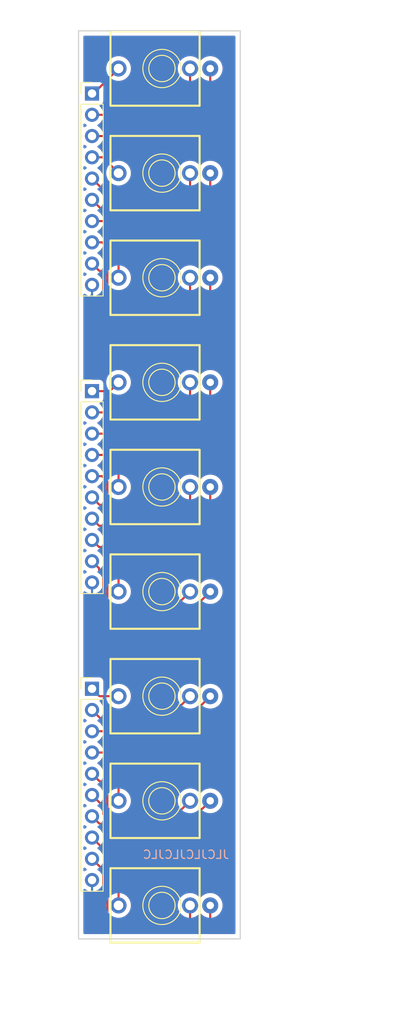
<source format=kicad_pcb>
(kicad_pcb (version 20171130) (host pcbnew "(5.1.5-0)")

  (general
    (thickness 1.6)
    (drawings 231)
    (tracks 126)
    (zones 0)
    (modules 12)
    (nets 1)
  )

  (page A4)
  (layers
    (0 F.Cu signal)
    (31 B.Cu signal)
    (32 B.Adhes user)
    (33 F.Adhes user)
    (34 B.Paste user)
    (35 F.Paste user)
    (36 B.SilkS user)
    (37 F.SilkS user)
    (38 B.Mask user)
    (39 F.Mask user)
    (40 Dwgs.User user)
    (41 Cmts.User user)
    (42 Eco1.User user)
    (43 Eco2.User user)
    (44 Edge.Cuts user)
  )

  (setup
    (last_trace_width 0.25)
    (trace_clearance 0.2)
    (zone_clearance 0.508)
    (zone_45_only no)
    (trace_min 0.2)
    (via_size 0.8)
    (via_drill 0.4)
    (via_min_size 0.4)
    (via_min_drill 0.3)
    (uvia_size 0.3)
    (uvia_drill 0.1)
    (uvias_allowed no)
    (uvia_min_size 0.2)
    (uvia_min_drill 0.1)
    (edge_width 0.05)
    (segment_width 0.2)
    (pcb_text_width 0.3)
    (pcb_text_size 1.5 1.5)
    (mod_edge_width 0.12)
    (mod_text_size 1 1)
    (mod_text_width 0.15)
    (pad_size 1.524 1.524)
    (pad_drill 0.762)
    (pad_to_mask_clearance 0.051)
    (solder_mask_min_width 0.25)
    (aux_axis_origin 0 0)
    (visible_elements FFFFFF7F)
    (pcbplotparams
      (layerselection 0x010fc_ffffffff)
      (usegerberextensions false)
      (usegerberattributes false)
      (usegerberadvancedattributes false)
      (creategerberjobfile false)
      (excludeedgelayer true)
      (linewidth 0.100000)
      (plotframeref false)
      (viasonmask false)
      (mode 1)
      (useauxorigin false)
      (hpglpennumber 1)
      (hpglpenspeed 20)
      (hpglpendiameter 15.000000)
      (psnegative false)
      (psa4output false)
      (plotreference true)
      (plotvalue false)
      (plotinvisibletext false)
      (padsonsilk true)
      (subtractmaskfromsilk false)
      (outputformat 1)
      (mirror false)
      (drillshape 0)
      (scaleselection 1)
      (outputdirectory "pcb01c/"))
  )

  (net 0 "")

  (net_class Default "これはデフォルトのネット クラスです。"
    (clearance 0.2)
    (trace_width 0.25)
    (via_dia 0.8)
    (via_drill 0.4)
    (uvia_dia 0.3)
    (uvia_drill 0.1)
  )

  (module Connector_PinHeader_2.54mm:PinHeader_1x10_P2.54mm_Vertical (layer F.Cu) (tedit 59FED5CC) (tstamp 5F946230)
    (at 11.62 -40.64)
    (descr "Through hole straight pin header, 1x10, 2.54mm pitch, single row")
    (tags "Through hole pin header THT 1x10 2.54mm single row")
    (fp_text reference REF** (at 0 -2.33) (layer F.SilkS) hide
      (effects (font (size 1 1) (thickness 0.15)))
    )
    (fp_text value PinHeader_1x10_P2.54mm_Vertical (at 0 25.19) (layer F.Fab)
      (effects (font (size 1 1) (thickness 0.15)))
    )
    (fp_text user %R (at 0 11.43 90) (layer F.Fab)
      (effects (font (size 1 1) (thickness 0.15)))
    )
    (fp_line (start 1.8 -1.8) (end -1.8 -1.8) (layer F.CrtYd) (width 0.05))
    (fp_line (start 1.8 24.65) (end 1.8 -1.8) (layer F.CrtYd) (width 0.05))
    (fp_line (start -1.8 24.65) (end 1.8 24.65) (layer F.CrtYd) (width 0.05))
    (fp_line (start -1.8 -1.8) (end -1.8 24.65) (layer F.CrtYd) (width 0.05))
    (fp_line (start -1.33 -1.33) (end 0 -1.33) (layer F.SilkS) (width 0.12))
    (fp_line (start -1.33 0) (end -1.33 -1.33) (layer F.SilkS) (width 0.12))
    (fp_line (start -1.33 1.27) (end 1.33 1.27) (layer F.SilkS) (width 0.12))
    (fp_line (start 1.33 1.27) (end 1.33 24.19) (layer F.SilkS) (width 0.12))
    (fp_line (start -1.33 1.27) (end -1.33 24.19) (layer F.SilkS) (width 0.12))
    (fp_line (start -1.33 24.19) (end 1.33 24.19) (layer F.SilkS) (width 0.12))
    (fp_line (start -1.27 -0.635) (end -0.635 -1.27) (layer F.Fab) (width 0.1))
    (fp_line (start -1.27 24.13) (end -1.27 -0.635) (layer F.Fab) (width 0.1))
    (fp_line (start 1.27 24.13) (end -1.27 24.13) (layer F.Fab) (width 0.1))
    (fp_line (start 1.27 -1.27) (end 1.27 24.13) (layer F.Fab) (width 0.1))
    (fp_line (start -0.635 -1.27) (end 1.27 -1.27) (layer F.Fab) (width 0.1))
    (pad 10 thru_hole oval (at 0 22.86) (size 1.7 1.7) (drill 1) (layers *.Cu *.Mask))
    (pad 9 thru_hole oval (at 0 20.32) (size 1.7 1.7) (drill 1) (layers *.Cu *.Mask))
    (pad 8 thru_hole oval (at 0 17.78) (size 1.7 1.7) (drill 1) (layers *.Cu *.Mask))
    (pad 7 thru_hole oval (at 0 15.24) (size 1.7 1.7) (drill 1) (layers *.Cu *.Mask))
    (pad 6 thru_hole oval (at 0 12.7) (size 1.7 1.7) (drill 1) (layers *.Cu *.Mask))
    (pad 5 thru_hole oval (at 0 10.16) (size 1.7 1.7) (drill 1) (layers *.Cu *.Mask))
    (pad 4 thru_hole oval (at 0 7.62) (size 1.7 1.7) (drill 1) (layers *.Cu *.Mask))
    (pad 3 thru_hole oval (at 0 5.08) (size 1.7 1.7) (drill 1) (layers *.Cu *.Mask))
    (pad 2 thru_hole oval (at 0 2.54) (size 1.7 1.7) (drill 1) (layers *.Cu *.Mask))
    (pad 1 thru_hole rect (at 0 0) (size 1.7 1.7) (drill 1) (layers *.Cu *.Mask))
    (model ${KISYS3DMOD}/Connector_PinHeader_2.54mm.3dshapes/PinHeader_1x10_P2.54mm_Vertical.wrl
      (at (xyz 0 0 0))
      (scale (xyz 1 1 1))
      (rotate (xyz 0 0 0))
    )
  )

  (module Connector_PinHeader_2.54mm:PinHeader_1x10_P2.54mm_Vertical (layer F.Cu) (tedit 59FED5CC) (tstamp 5F94619E)
    (at 11.62 -76.2)
    (descr "Through hole straight pin header, 1x10, 2.54mm pitch, single row")
    (tags "Through hole pin header THT 1x10 2.54mm single row")
    (fp_text reference REF** (at 0 -2.33) (layer F.SilkS) hide
      (effects (font (size 1 1) (thickness 0.15)))
    )
    (fp_text value PinHeader_1x10_P2.54mm_Vertical (at 0 25.19) (layer F.Fab)
      (effects (font (size 1 1) (thickness 0.15)))
    )
    (fp_text user %R (at 0 11.43 90) (layer F.Fab)
      (effects (font (size 1 1) (thickness 0.15)))
    )
    (fp_line (start 1.8 -1.8) (end -1.8 -1.8) (layer F.CrtYd) (width 0.05))
    (fp_line (start 1.8 24.65) (end 1.8 -1.8) (layer F.CrtYd) (width 0.05))
    (fp_line (start -1.8 24.65) (end 1.8 24.65) (layer F.CrtYd) (width 0.05))
    (fp_line (start -1.8 -1.8) (end -1.8 24.65) (layer F.CrtYd) (width 0.05))
    (fp_line (start -1.33 -1.33) (end 0 -1.33) (layer F.SilkS) (width 0.12))
    (fp_line (start -1.33 0) (end -1.33 -1.33) (layer F.SilkS) (width 0.12))
    (fp_line (start -1.33 1.27) (end 1.33 1.27) (layer F.SilkS) (width 0.12))
    (fp_line (start 1.33 1.27) (end 1.33 24.19) (layer F.SilkS) (width 0.12))
    (fp_line (start -1.33 1.27) (end -1.33 24.19) (layer F.SilkS) (width 0.12))
    (fp_line (start -1.33 24.19) (end 1.33 24.19) (layer F.SilkS) (width 0.12))
    (fp_line (start -1.27 -0.635) (end -0.635 -1.27) (layer F.Fab) (width 0.1))
    (fp_line (start -1.27 24.13) (end -1.27 -0.635) (layer F.Fab) (width 0.1))
    (fp_line (start 1.27 24.13) (end -1.27 24.13) (layer F.Fab) (width 0.1))
    (fp_line (start 1.27 -1.27) (end 1.27 24.13) (layer F.Fab) (width 0.1))
    (fp_line (start -0.635 -1.27) (end 1.27 -1.27) (layer F.Fab) (width 0.1))
    (pad 10 thru_hole oval (at 0 22.86) (size 1.7 1.7) (drill 1) (layers *.Cu *.Mask))
    (pad 9 thru_hole oval (at 0 20.32) (size 1.7 1.7) (drill 1) (layers *.Cu *.Mask))
    (pad 8 thru_hole oval (at 0 17.78) (size 1.7 1.7) (drill 1) (layers *.Cu *.Mask))
    (pad 7 thru_hole oval (at 0 15.24) (size 1.7 1.7) (drill 1) (layers *.Cu *.Mask))
    (pad 6 thru_hole oval (at 0 12.7) (size 1.7 1.7) (drill 1) (layers *.Cu *.Mask))
    (pad 5 thru_hole oval (at 0 10.16) (size 1.7 1.7) (drill 1) (layers *.Cu *.Mask))
    (pad 4 thru_hole oval (at 0 7.62) (size 1.7 1.7) (drill 1) (layers *.Cu *.Mask))
    (pad 3 thru_hole oval (at 0 5.08) (size 1.7 1.7) (drill 1) (layers *.Cu *.Mask))
    (pad 2 thru_hole oval (at 0 2.54) (size 1.7 1.7) (drill 1) (layers *.Cu *.Mask))
    (pad 1 thru_hole rect (at 0 0) (size 1.7 1.7) (drill 1) (layers *.Cu *.Mask))
    (model ${KISYS3DMOD}/Connector_PinHeader_2.54mm.3dshapes/PinHeader_1x10_P2.54mm_Vertical.wrl
      (at (xyz 0 0 0))
      (scale (xyz 1 1 1))
      (rotate (xyz 0 0 0))
    )
  )

  (module Connector_PinHeader_2.54mm:PinHeader_1x10_P2.54mm_Vertical (layer F.Cu) (tedit 59FED5CC) (tstamp 5F94610C)
    (at 11.62 -111.76)
    (descr "Through hole straight pin header, 1x10, 2.54mm pitch, single row")
    (tags "Through hole pin header THT 1x10 2.54mm single row")
    (fp_text reference REF** (at 0 -2.33) (layer F.SilkS) hide
      (effects (font (size 1 1) (thickness 0.15)))
    )
    (fp_text value PinHeader_1x10_P2.54mm_Vertical (at 0 25.19) (layer F.Fab)
      (effects (font (size 1 1) (thickness 0.15)))
    )
    (fp_text user %R (at 0 11.43 90) (layer F.Fab)
      (effects (font (size 1 1) (thickness 0.15)))
    )
    (fp_line (start 1.8 -1.8) (end -1.8 -1.8) (layer F.CrtYd) (width 0.05))
    (fp_line (start 1.8 24.65) (end 1.8 -1.8) (layer F.CrtYd) (width 0.05))
    (fp_line (start -1.8 24.65) (end 1.8 24.65) (layer F.CrtYd) (width 0.05))
    (fp_line (start -1.8 -1.8) (end -1.8 24.65) (layer F.CrtYd) (width 0.05))
    (fp_line (start -1.33 -1.33) (end 0 -1.33) (layer F.SilkS) (width 0.12))
    (fp_line (start -1.33 0) (end -1.33 -1.33) (layer F.SilkS) (width 0.12))
    (fp_line (start -1.33 1.27) (end 1.33 1.27) (layer F.SilkS) (width 0.12))
    (fp_line (start 1.33 1.27) (end 1.33 24.19) (layer F.SilkS) (width 0.12))
    (fp_line (start -1.33 1.27) (end -1.33 24.19) (layer F.SilkS) (width 0.12))
    (fp_line (start -1.33 24.19) (end 1.33 24.19) (layer F.SilkS) (width 0.12))
    (fp_line (start -1.27 -0.635) (end -0.635 -1.27) (layer F.Fab) (width 0.1))
    (fp_line (start -1.27 24.13) (end -1.27 -0.635) (layer F.Fab) (width 0.1))
    (fp_line (start 1.27 24.13) (end -1.27 24.13) (layer F.Fab) (width 0.1))
    (fp_line (start 1.27 -1.27) (end 1.27 24.13) (layer F.Fab) (width 0.1))
    (fp_line (start -0.635 -1.27) (end 1.27 -1.27) (layer F.Fab) (width 0.1))
    (pad 10 thru_hole oval (at 0 22.86) (size 1.7 1.7) (drill 1) (layers *.Cu *.Mask))
    (pad 9 thru_hole oval (at 0 20.32) (size 1.7 1.7) (drill 1) (layers *.Cu *.Mask))
    (pad 8 thru_hole oval (at 0 17.78) (size 1.7 1.7) (drill 1) (layers *.Cu *.Mask))
    (pad 7 thru_hole oval (at 0 15.24) (size 1.7 1.7) (drill 1) (layers *.Cu *.Mask))
    (pad 6 thru_hole oval (at 0 12.7) (size 1.7 1.7) (drill 1) (layers *.Cu *.Mask))
    (pad 5 thru_hole oval (at 0 10.16) (size 1.7 1.7) (drill 1) (layers *.Cu *.Mask))
    (pad 4 thru_hole oval (at 0 7.62) (size 1.7 1.7) (drill 1) (layers *.Cu *.Mask))
    (pad 3 thru_hole oval (at 0 5.08) (size 1.7 1.7) (drill 1) (layers *.Cu *.Mask))
    (pad 2 thru_hole oval (at 0 2.54) (size 1.7 1.7) (drill 1) (layers *.Cu *.Mask))
    (pad 1 thru_hole rect (at 0 0) (size 1.7 1.7) (drill 1) (layers *.Cu *.Mask))
    (model ${KISYS3DMOD}/Connector_PinHeader_2.54mm.3dshapes/PinHeader_1x10_P2.54mm_Vertical.wrl
      (at (xyz 0 0 0))
      (scale (xyz 1 1 1))
      (rotate (xyz 0 0 0))
    )
  )

  (module 4ms_Jack:EighthInch_PJ398SM (layer F.Cu) (tedit 5E9F7375) (tstamp 5F945D9C)
    (at 20 -14.75)
    (fp_text reference J7 (at -5.0172 -4.866) (layer F.SilkS) hide
      (effects (font (size 1.2065 1.2065) (thickness 0.1524)) (justify left bottom))
    )
    (fp_text value OUTPUT (at -6.375 5.975) (layer F.SilkS) hide
      (effects (font (size 1 1) (thickness 0.15)) (justify left bottom))
    )
    (fp_circle (center 0.000163 0.001843) (end 7.620163 0.001843) (layer Eco1.User) (width 0.127))
    (fp_circle (center 0 0) (end 3.175 0) (layer Cmts.User) (width 0.0254))
    (fp_circle (center -0.0127 0) (end 2.2733 0) (layer F.SilkS) (width 0.127))
    (fp_circle (center -0.0127 0) (end 1.5621 0) (layer F.SilkS) (width 0.127))
    (fp_line (start 4.4958 4.445) (end 4.4958 -4.445) (layer F.SilkS) (width 0.254))
    (fp_line (start -6.1722 4.445) (end 4.4958 4.445) (layer F.SilkS) (width 0.254))
    (fp_line (start -6.1722 -4.445) (end -6.1722 4.445) (layer F.SilkS) (width 0.254))
    (fp_line (start 4.4958 -4.445) (end -6.1722 -4.445) (layer F.SilkS) (width 0.254))
    (fp_line (start -6.44 -4.7) (end -6.44 4.7) (layer F.CrtYd) (width 0.05))
    (fp_line (start 4.5 -4.7) (end 4.5 -1.16) (layer F.CrtYd) (width 0.05))
    (fp_line (start 4.5 1.16) (end 4.5 4.7) (layer F.CrtYd) (width 0.05))
    (fp_line (start 4.5 -1.16) (end 6.93 -1.16) (layer F.CrtYd) (width 0.05))
    (fp_line (start 6.93 -1.16) (end 6.93 1.16) (layer F.CrtYd) (width 0.05))
    (fp_line (start 6.93 1.16) (end 4.5 1.16) (layer F.CrtYd) (width 0.05))
    (fp_line (start -6.44 -4.7) (end 4.5 -4.7) (layer F.CrtYd) (width 0.05))
    (fp_line (start -6.44 4.7) (end 4.5 4.7) (layer F.CrtYd) (width 0.05))
    (pad 3 thru_hole circle (at 3.3528 0) (size 1.9304 1.9304) (drill 1.143) (layers *.Cu *.Mask))
    (pad 2 thru_hole circle (at 5.7658 0) (size 1.9304 1.9304) (drill 0.889) (layers *.Cu *.Mask))
    (pad 1 thru_hole circle (at -5.207 0) (size 1.9304 1.9304) (drill 1.143) (layers *.Cu *.Mask))
    (model ${KICAD_4MS_LIBS}/packages3d/PJ301M-12.WRL
      (offset (xyz -0.8889999866485596 0.4063999938964844 0))
      (scale (xyz 393 393 393))
      (rotate (xyz 0 0 -90))
    )
  )

  (module 4ms_Jack:EighthInch_PJ398SM (layer F.Cu) (tedit 5E9F7375) (tstamp 5F945C52)
    (at 20 -27.25)
    (fp_text reference J7 (at -5.0172 -4.866) (layer F.SilkS) hide
      (effects (font (size 1.2065 1.2065) (thickness 0.1524)) (justify left bottom))
    )
    (fp_text value OUTPUT (at -6.375 5.975) (layer F.SilkS) hide
      (effects (font (size 1 1) (thickness 0.15)) (justify left bottom))
    )
    (fp_circle (center 0.000163 0.001843) (end 7.620163 0.001843) (layer Eco1.User) (width 0.127))
    (fp_circle (center 0 0) (end 3.175 0) (layer Cmts.User) (width 0.0254))
    (fp_circle (center -0.0127 0) (end 2.2733 0) (layer F.SilkS) (width 0.127))
    (fp_circle (center -0.0127 0) (end 1.5621 0) (layer F.SilkS) (width 0.127))
    (fp_line (start 4.4958 4.445) (end 4.4958 -4.445) (layer F.SilkS) (width 0.254))
    (fp_line (start -6.1722 4.445) (end 4.4958 4.445) (layer F.SilkS) (width 0.254))
    (fp_line (start -6.1722 -4.445) (end -6.1722 4.445) (layer F.SilkS) (width 0.254))
    (fp_line (start 4.4958 -4.445) (end -6.1722 -4.445) (layer F.SilkS) (width 0.254))
    (fp_line (start -6.44 -4.7) (end -6.44 4.7) (layer F.CrtYd) (width 0.05))
    (fp_line (start 4.5 -4.7) (end 4.5 -1.16) (layer F.CrtYd) (width 0.05))
    (fp_line (start 4.5 1.16) (end 4.5 4.7) (layer F.CrtYd) (width 0.05))
    (fp_line (start 4.5 -1.16) (end 6.93 -1.16) (layer F.CrtYd) (width 0.05))
    (fp_line (start 6.93 -1.16) (end 6.93 1.16) (layer F.CrtYd) (width 0.05))
    (fp_line (start 6.93 1.16) (end 4.5 1.16) (layer F.CrtYd) (width 0.05))
    (fp_line (start -6.44 -4.7) (end 4.5 -4.7) (layer F.CrtYd) (width 0.05))
    (fp_line (start -6.44 4.7) (end 4.5 4.7) (layer F.CrtYd) (width 0.05))
    (pad 3 thru_hole circle (at 3.3528 0) (size 1.9304 1.9304) (drill 1.143) (layers *.Cu *.Mask))
    (pad 2 thru_hole circle (at 5.7658 0) (size 1.9304 1.9304) (drill 0.889) (layers *.Cu *.Mask))
    (pad 1 thru_hole circle (at -5.207 0) (size 1.9304 1.9304) (drill 1.143) (layers *.Cu *.Mask))
    (model ${KICAD_4MS_LIBS}/packages3d/PJ301M-12.WRL
      (offset (xyz -0.8889999866485596 0.4063999938964844 0))
      (scale (xyz 393 393 393))
      (rotate (xyz 0 0 -90))
    )
  )

  (module 4ms_Jack:EighthInch_PJ398SM (layer F.Cu) (tedit 5E9F7375) (tstamp 5F945D5A)
    (at 20 -39.75)
    (fp_text reference J7 (at -5.0172 -4.866) (layer F.SilkS) hide
      (effects (font (size 1.2065 1.2065) (thickness 0.1524)) (justify left bottom))
    )
    (fp_text value OUTPUT (at -6.375 5.975) (layer F.SilkS) hide
      (effects (font (size 1 1) (thickness 0.15)) (justify left bottom))
    )
    (fp_circle (center 0.000163 0.001843) (end 7.620163 0.001843) (layer Eco1.User) (width 0.127))
    (fp_circle (center 0 0) (end 3.175 0) (layer Cmts.User) (width 0.0254))
    (fp_circle (center -0.0127 0) (end 2.2733 0) (layer F.SilkS) (width 0.127))
    (fp_circle (center -0.0127 0) (end 1.5621 0) (layer F.SilkS) (width 0.127))
    (fp_line (start 4.4958 4.445) (end 4.4958 -4.445) (layer F.SilkS) (width 0.254))
    (fp_line (start -6.1722 4.445) (end 4.4958 4.445) (layer F.SilkS) (width 0.254))
    (fp_line (start -6.1722 -4.445) (end -6.1722 4.445) (layer F.SilkS) (width 0.254))
    (fp_line (start 4.4958 -4.445) (end -6.1722 -4.445) (layer F.SilkS) (width 0.254))
    (fp_line (start -6.44 -4.7) (end -6.44 4.7) (layer F.CrtYd) (width 0.05))
    (fp_line (start 4.5 -4.7) (end 4.5 -1.16) (layer F.CrtYd) (width 0.05))
    (fp_line (start 4.5 1.16) (end 4.5 4.7) (layer F.CrtYd) (width 0.05))
    (fp_line (start 4.5 -1.16) (end 6.93 -1.16) (layer F.CrtYd) (width 0.05))
    (fp_line (start 6.93 -1.16) (end 6.93 1.16) (layer F.CrtYd) (width 0.05))
    (fp_line (start 6.93 1.16) (end 4.5 1.16) (layer F.CrtYd) (width 0.05))
    (fp_line (start -6.44 -4.7) (end 4.5 -4.7) (layer F.CrtYd) (width 0.05))
    (fp_line (start -6.44 4.7) (end 4.5 4.7) (layer F.CrtYd) (width 0.05))
    (pad 3 thru_hole circle (at 3.3528 0) (size 1.9304 1.9304) (drill 1.143) (layers *.Cu *.Mask))
    (pad 2 thru_hole circle (at 5.7658 0) (size 1.9304 1.9304) (drill 0.889) (layers *.Cu *.Mask))
    (pad 1 thru_hole circle (at -5.207 0) (size 1.9304 1.9304) (drill 1.143) (layers *.Cu *.Mask))
    (model ${KICAD_4MS_LIBS}/packages3d/PJ301M-12.WRL
      (offset (xyz -0.8889999866485596 0.4063999938964844 0))
      (scale (xyz 393 393 393))
      (rotate (xyz 0 0 -90))
    )
  )

  (module 4ms_Jack:EighthInch_PJ398SM (layer F.Cu) (tedit 5E9F7375) (tstamp 5F945C94)
    (at 20 -52.25)
    (fp_text reference J7 (at -5.0172 -4.866) (layer F.SilkS) hide
      (effects (font (size 1.2065 1.2065) (thickness 0.1524)) (justify left bottom))
    )
    (fp_text value OUTPUT (at -6.375 5.975) (layer F.SilkS) hide
      (effects (font (size 1 1) (thickness 0.15)) (justify left bottom))
    )
    (fp_circle (center 0.000163 0.001843) (end 7.620163 0.001843) (layer Eco1.User) (width 0.127))
    (fp_circle (center 0 0) (end 3.175 0) (layer Cmts.User) (width 0.0254))
    (fp_circle (center -0.0127 0) (end 2.2733 0) (layer F.SilkS) (width 0.127))
    (fp_circle (center -0.0127 0) (end 1.5621 0) (layer F.SilkS) (width 0.127))
    (fp_line (start 4.4958 4.445) (end 4.4958 -4.445) (layer F.SilkS) (width 0.254))
    (fp_line (start -6.1722 4.445) (end 4.4958 4.445) (layer F.SilkS) (width 0.254))
    (fp_line (start -6.1722 -4.445) (end -6.1722 4.445) (layer F.SilkS) (width 0.254))
    (fp_line (start 4.4958 -4.445) (end -6.1722 -4.445) (layer F.SilkS) (width 0.254))
    (fp_line (start -6.44 -4.7) (end -6.44 4.7) (layer F.CrtYd) (width 0.05))
    (fp_line (start 4.5 -4.7) (end 4.5 -1.16) (layer F.CrtYd) (width 0.05))
    (fp_line (start 4.5 1.16) (end 4.5 4.7) (layer F.CrtYd) (width 0.05))
    (fp_line (start 4.5 -1.16) (end 6.93 -1.16) (layer F.CrtYd) (width 0.05))
    (fp_line (start 6.93 -1.16) (end 6.93 1.16) (layer F.CrtYd) (width 0.05))
    (fp_line (start 6.93 1.16) (end 4.5 1.16) (layer F.CrtYd) (width 0.05))
    (fp_line (start -6.44 -4.7) (end 4.5 -4.7) (layer F.CrtYd) (width 0.05))
    (fp_line (start -6.44 4.7) (end 4.5 4.7) (layer F.CrtYd) (width 0.05))
    (pad 3 thru_hole circle (at 3.3528 0) (size 1.9304 1.9304) (drill 1.143) (layers *.Cu *.Mask))
    (pad 2 thru_hole circle (at 5.7658 0) (size 1.9304 1.9304) (drill 0.889) (layers *.Cu *.Mask))
    (pad 1 thru_hole circle (at -5.207 0) (size 1.9304 1.9304) (drill 1.143) (layers *.Cu *.Mask))
    (model ${KICAD_4MS_LIBS}/packages3d/PJ301M-12.WRL
      (offset (xyz -0.8889999866485596 0.4063999938964844 0))
      (scale (xyz 393 393 393))
      (rotate (xyz 0 0 -90))
    )
  )

  (module 4ms_Jack:EighthInch_PJ398SM (layer F.Cu) (tedit 5E9F7375) (tstamp 5F945DDE)
    (at 20 -64.75)
    (fp_text reference J7 (at -5.0172 -4.866) (layer F.SilkS) hide
      (effects (font (size 1.2065 1.2065) (thickness 0.1524)) (justify left bottom))
    )
    (fp_text value OUTPUT (at -6.375 5.975) (layer F.SilkS) hide
      (effects (font (size 1 1) (thickness 0.15)) (justify left bottom))
    )
    (fp_circle (center 0.000163 0.001843) (end 7.620163 0.001843) (layer Eco1.User) (width 0.127))
    (fp_circle (center 0 0) (end 3.175 0) (layer Cmts.User) (width 0.0254))
    (fp_circle (center -0.0127 0) (end 2.2733 0) (layer F.SilkS) (width 0.127))
    (fp_circle (center -0.0127 0) (end 1.5621 0) (layer F.SilkS) (width 0.127))
    (fp_line (start 4.4958 4.445) (end 4.4958 -4.445) (layer F.SilkS) (width 0.254))
    (fp_line (start -6.1722 4.445) (end 4.4958 4.445) (layer F.SilkS) (width 0.254))
    (fp_line (start -6.1722 -4.445) (end -6.1722 4.445) (layer F.SilkS) (width 0.254))
    (fp_line (start 4.4958 -4.445) (end -6.1722 -4.445) (layer F.SilkS) (width 0.254))
    (fp_line (start -6.44 -4.7) (end -6.44 4.7) (layer F.CrtYd) (width 0.05))
    (fp_line (start 4.5 -4.7) (end 4.5 -1.16) (layer F.CrtYd) (width 0.05))
    (fp_line (start 4.5 1.16) (end 4.5 4.7) (layer F.CrtYd) (width 0.05))
    (fp_line (start 4.5 -1.16) (end 6.93 -1.16) (layer F.CrtYd) (width 0.05))
    (fp_line (start 6.93 -1.16) (end 6.93 1.16) (layer F.CrtYd) (width 0.05))
    (fp_line (start 6.93 1.16) (end 4.5 1.16) (layer F.CrtYd) (width 0.05))
    (fp_line (start -6.44 -4.7) (end 4.5 -4.7) (layer F.CrtYd) (width 0.05))
    (fp_line (start -6.44 4.7) (end 4.5 4.7) (layer F.CrtYd) (width 0.05))
    (pad 3 thru_hole circle (at 3.3528 0) (size 1.9304 1.9304) (drill 1.143) (layers *.Cu *.Mask))
    (pad 2 thru_hole circle (at 5.7658 0) (size 1.9304 1.9304) (drill 0.889) (layers *.Cu *.Mask))
    (pad 1 thru_hole circle (at -5.207 0) (size 1.9304 1.9304) (drill 1.143) (layers *.Cu *.Mask))
    (model ${KICAD_4MS_LIBS}/packages3d/PJ301M-12.WRL
      (offset (xyz -0.8889999866485596 0.4063999938964844 0))
      (scale (xyz 393 393 393))
      (rotate (xyz 0 0 -90))
    )
  )

  (module 4ms_Jack:EighthInch_PJ398SM (layer F.Cu) (tedit 5E9F7375) (tstamp 5F945D18)
    (at 20 -77.25)
    (fp_text reference J7 (at -5.0172 -4.866) (layer F.SilkS) hide
      (effects (font (size 1.2065 1.2065) (thickness 0.1524)) (justify left bottom))
    )
    (fp_text value OUTPUT (at -6.375 5.975) (layer F.SilkS) hide
      (effects (font (size 1 1) (thickness 0.15)) (justify left bottom))
    )
    (fp_circle (center 0.000163 0.001843) (end 7.620163 0.001843) (layer Eco1.User) (width 0.127))
    (fp_circle (center 0 0) (end 3.175 0) (layer Cmts.User) (width 0.0254))
    (fp_circle (center -0.0127 0) (end 2.2733 0) (layer F.SilkS) (width 0.127))
    (fp_circle (center -0.0127 0) (end 1.5621 0) (layer F.SilkS) (width 0.127))
    (fp_line (start 4.4958 4.445) (end 4.4958 -4.445) (layer F.SilkS) (width 0.254))
    (fp_line (start -6.1722 4.445) (end 4.4958 4.445) (layer F.SilkS) (width 0.254))
    (fp_line (start -6.1722 -4.445) (end -6.1722 4.445) (layer F.SilkS) (width 0.254))
    (fp_line (start 4.4958 -4.445) (end -6.1722 -4.445) (layer F.SilkS) (width 0.254))
    (fp_line (start -6.44 -4.7) (end -6.44 4.7) (layer F.CrtYd) (width 0.05))
    (fp_line (start 4.5 -4.7) (end 4.5 -1.16) (layer F.CrtYd) (width 0.05))
    (fp_line (start 4.5 1.16) (end 4.5 4.7) (layer F.CrtYd) (width 0.05))
    (fp_line (start 4.5 -1.16) (end 6.93 -1.16) (layer F.CrtYd) (width 0.05))
    (fp_line (start 6.93 -1.16) (end 6.93 1.16) (layer F.CrtYd) (width 0.05))
    (fp_line (start 6.93 1.16) (end 4.5 1.16) (layer F.CrtYd) (width 0.05))
    (fp_line (start -6.44 -4.7) (end 4.5 -4.7) (layer F.CrtYd) (width 0.05))
    (fp_line (start -6.44 4.7) (end 4.5 4.7) (layer F.CrtYd) (width 0.05))
    (pad 3 thru_hole circle (at 3.3528 0) (size 1.9304 1.9304) (drill 1.143) (layers *.Cu *.Mask))
    (pad 2 thru_hole circle (at 5.7658 0) (size 1.9304 1.9304) (drill 0.889) (layers *.Cu *.Mask))
    (pad 1 thru_hole circle (at -5.207 0) (size 1.9304 1.9304) (drill 1.143) (layers *.Cu *.Mask))
    (model ${KICAD_4MS_LIBS}/packages3d/PJ301M-12.WRL
      (offset (xyz -0.8889999866485596 0.4063999938964844 0))
      (scale (xyz 393 393 393))
      (rotate (xyz 0 0 -90))
    )
  )

  (module 4ms_Jack:EighthInch_PJ398SM (layer F.Cu) (tedit 5E9F7375) (tstamp 5F945E20)
    (at 20 -89.75)
    (fp_text reference J7 (at -5.0172 -4.866) (layer F.SilkS) hide
      (effects (font (size 1.2065 1.2065) (thickness 0.1524)) (justify left bottom))
    )
    (fp_text value OUTPUT (at -6.375 5.975) (layer F.SilkS) hide
      (effects (font (size 1 1) (thickness 0.15)) (justify left bottom))
    )
    (fp_circle (center 0.000163 0.001843) (end 7.620163 0.001843) (layer Eco1.User) (width 0.127))
    (fp_circle (center 0 0) (end 3.175 0) (layer Cmts.User) (width 0.0254))
    (fp_circle (center -0.0127 0) (end 2.2733 0) (layer F.SilkS) (width 0.127))
    (fp_circle (center -0.0127 0) (end 1.5621 0) (layer F.SilkS) (width 0.127))
    (fp_line (start 4.4958 4.445) (end 4.4958 -4.445) (layer F.SilkS) (width 0.254))
    (fp_line (start -6.1722 4.445) (end 4.4958 4.445) (layer F.SilkS) (width 0.254))
    (fp_line (start -6.1722 -4.445) (end -6.1722 4.445) (layer F.SilkS) (width 0.254))
    (fp_line (start 4.4958 -4.445) (end -6.1722 -4.445) (layer F.SilkS) (width 0.254))
    (fp_line (start -6.44 -4.7) (end -6.44 4.7) (layer F.CrtYd) (width 0.05))
    (fp_line (start 4.5 -4.7) (end 4.5 -1.16) (layer F.CrtYd) (width 0.05))
    (fp_line (start 4.5 1.16) (end 4.5 4.7) (layer F.CrtYd) (width 0.05))
    (fp_line (start 4.5 -1.16) (end 6.93 -1.16) (layer F.CrtYd) (width 0.05))
    (fp_line (start 6.93 -1.16) (end 6.93 1.16) (layer F.CrtYd) (width 0.05))
    (fp_line (start 6.93 1.16) (end 4.5 1.16) (layer F.CrtYd) (width 0.05))
    (fp_line (start -6.44 -4.7) (end 4.5 -4.7) (layer F.CrtYd) (width 0.05))
    (fp_line (start -6.44 4.7) (end 4.5 4.7) (layer F.CrtYd) (width 0.05))
    (pad 3 thru_hole circle (at 3.3528 0) (size 1.9304 1.9304) (drill 1.143) (layers *.Cu *.Mask))
    (pad 2 thru_hole circle (at 5.7658 0) (size 1.9304 1.9304) (drill 0.889) (layers *.Cu *.Mask))
    (pad 1 thru_hole circle (at -5.207 0) (size 1.9304 1.9304) (drill 1.143) (layers *.Cu *.Mask))
    (model ${KICAD_4MS_LIBS}/packages3d/PJ301M-12.WRL
      (offset (xyz -0.8889999866485596 0.4063999938964844 0))
      (scale (xyz 393 393 393))
      (rotate (xyz 0 0 -90))
    )
  )

  (module 4ms_Jack:EighthInch_PJ398SM (layer F.Cu) (tedit 5E9F7375) (tstamp 5F945E62)
    (at 20 -102.25)
    (fp_text reference J7 (at -5.0172 -4.866) (layer F.SilkS) hide
      (effects (font (size 1.2065 1.2065) (thickness 0.1524)) (justify left bottom))
    )
    (fp_text value OUTPUT (at -6.375 5.975) (layer F.SilkS) hide
      (effects (font (size 1 1) (thickness 0.15)) (justify left bottom))
    )
    (fp_circle (center 0.000163 0.001843) (end 7.620163 0.001843) (layer Eco1.User) (width 0.127))
    (fp_circle (center 0 0) (end 3.175 0) (layer Cmts.User) (width 0.0254))
    (fp_circle (center -0.0127 0) (end 2.2733 0) (layer F.SilkS) (width 0.127))
    (fp_circle (center -0.0127 0) (end 1.5621 0) (layer F.SilkS) (width 0.127))
    (fp_line (start 4.4958 4.445) (end 4.4958 -4.445) (layer F.SilkS) (width 0.254))
    (fp_line (start -6.1722 4.445) (end 4.4958 4.445) (layer F.SilkS) (width 0.254))
    (fp_line (start -6.1722 -4.445) (end -6.1722 4.445) (layer F.SilkS) (width 0.254))
    (fp_line (start 4.4958 -4.445) (end -6.1722 -4.445) (layer F.SilkS) (width 0.254))
    (fp_line (start -6.44 -4.7) (end -6.44 4.7) (layer F.CrtYd) (width 0.05))
    (fp_line (start 4.5 -4.7) (end 4.5 -1.16) (layer F.CrtYd) (width 0.05))
    (fp_line (start 4.5 1.16) (end 4.5 4.7) (layer F.CrtYd) (width 0.05))
    (fp_line (start 4.5 -1.16) (end 6.93 -1.16) (layer F.CrtYd) (width 0.05))
    (fp_line (start 6.93 -1.16) (end 6.93 1.16) (layer F.CrtYd) (width 0.05))
    (fp_line (start 6.93 1.16) (end 4.5 1.16) (layer F.CrtYd) (width 0.05))
    (fp_line (start -6.44 -4.7) (end 4.5 -4.7) (layer F.CrtYd) (width 0.05))
    (fp_line (start -6.44 4.7) (end 4.5 4.7) (layer F.CrtYd) (width 0.05))
    (pad 3 thru_hole circle (at 3.3528 0) (size 1.9304 1.9304) (drill 1.143) (layers *.Cu *.Mask))
    (pad 2 thru_hole circle (at 5.7658 0) (size 1.9304 1.9304) (drill 0.889) (layers *.Cu *.Mask))
    (pad 1 thru_hole circle (at -5.207 0) (size 1.9304 1.9304) (drill 1.143) (layers *.Cu *.Mask))
    (model ${KICAD_4MS_LIBS}/packages3d/PJ301M-12.WRL
      (offset (xyz -0.8889999866485596 0.4063999938964844 0))
      (scale (xyz 393 393 393))
      (rotate (xyz 0 0 -90))
    )
  )

  (module 4ms_Jack:EighthInch_PJ398SM (layer F.Cu) (tedit 5E9F7375) (tstamp 5F945CD6)
    (at 20 -114.75)
    (fp_text reference J7 (at -5.0172 -4.866) (layer F.SilkS) hide
      (effects (font (size 1.2065 1.2065) (thickness 0.1524)) (justify left bottom))
    )
    (fp_text value OUTPUT (at -6.375 5.975) (layer F.SilkS) hide
      (effects (font (size 1 1) (thickness 0.15)) (justify left bottom))
    )
    (fp_circle (center 0.000163 0.001843) (end 7.620163 0.001843) (layer Eco1.User) (width 0.127))
    (fp_circle (center 0 0) (end 3.175 0) (layer Cmts.User) (width 0.0254))
    (fp_circle (center -0.0127 0) (end 2.2733 0) (layer F.SilkS) (width 0.127))
    (fp_circle (center -0.0127 0) (end 1.5621 0) (layer F.SilkS) (width 0.127))
    (fp_line (start 4.4958 4.445) (end 4.4958 -4.445) (layer F.SilkS) (width 0.254))
    (fp_line (start -6.1722 4.445) (end 4.4958 4.445) (layer F.SilkS) (width 0.254))
    (fp_line (start -6.1722 -4.445) (end -6.1722 4.445) (layer F.SilkS) (width 0.254))
    (fp_line (start 4.4958 -4.445) (end -6.1722 -4.445) (layer F.SilkS) (width 0.254))
    (fp_line (start -6.44 -4.7) (end -6.44 4.7) (layer F.CrtYd) (width 0.05))
    (fp_line (start 4.5 -4.7) (end 4.5 -1.16) (layer F.CrtYd) (width 0.05))
    (fp_line (start 4.5 1.16) (end 4.5 4.7) (layer F.CrtYd) (width 0.05))
    (fp_line (start 4.5 -1.16) (end 6.93 -1.16) (layer F.CrtYd) (width 0.05))
    (fp_line (start 6.93 -1.16) (end 6.93 1.16) (layer F.CrtYd) (width 0.05))
    (fp_line (start 6.93 1.16) (end 4.5 1.16) (layer F.CrtYd) (width 0.05))
    (fp_line (start -6.44 -4.7) (end 4.5 -4.7) (layer F.CrtYd) (width 0.05))
    (fp_line (start -6.44 4.7) (end 4.5 4.7) (layer F.CrtYd) (width 0.05))
    (pad 3 thru_hole circle (at 3.3528 0) (size 1.9304 1.9304) (drill 1.143) (layers *.Cu *.Mask))
    (pad 2 thru_hole circle (at 5.7658 0) (size 1.9304 1.9304) (drill 0.889) (layers *.Cu *.Mask))
    (pad 1 thru_hole circle (at -5.207 0) (size 1.9304 1.9304) (drill 1.143) (layers *.Cu *.Mask))
    (model ${KICAD_4MS_LIBS}/packages3d/PJ301M-12.WRL
      (offset (xyz -0.8889999866485596 0.4063999938964844 0))
      (scale (xyz 393 393 393))
      (rotate (xyz 0 0 -90))
    )
  )

  (gr_text JLCJLCJLCJLC (at 22.86 -20.828) (layer B.SilkS)
    (effects (font (size 1 1) (thickness 0.15)) (justify mirror))
  )
  (gr_line (start 29.358 -119.25) (end 10.008 -119.25) (layer Edge.Cuts) (width 0.14))
  (gr_line (start 49.1236 -119.38) (end 10.4394 -119.38) (layer Dwgs.User) (width 0.15))
  (gr_line (start 49.1236 -10.5156) (end 49.1236 -119.38) (layer Dwgs.User) (width 0.15))
  (gr_line (start 10.4394 -10.5156) (end 49.1236 -10.5156) (layer Dwgs.User) (width 0.15))
  (gr_line (start 10.4394 -119.38) (end 10.4394 -10.5156) (layer Dwgs.User) (width 0.15))
  (gr_line (start 10.008 -119.25) (end 10.008 -10.75) (layer Edge.Cuts) (width 0.14))
  (gr_line (start 10.008 -10.75) (end 29.358 -10.75) (layer Edge.Cuts) (width 0.14))
  (gr_line (start 29.358 -10.75) (end 29.358 -119.25) (layer Edge.Cuts) (width 0.14))
  (gr_line (start 4.245 -8.624) (end 4.245 -8.624) (layer Dwgs.User) (width 0.6))
  (gr_line (start 4.579 -8.723) (end 4.579 -8.723) (layer Dwgs.User) (width 0.6))
  (gr_line (start 4.762 -8.808) (end 4.762 -8.808) (layer Dwgs.User) (width 0.6))
  (gr_line (start 4.503 -8.263) (end 4.503 -8.263) (layer Dwgs.User) (width 0.6))
  (gr_line (start 4.404 -8.174) (end 4.404 -8.174) (layer Dwgs.User) (width 0.6))
  (gr_line (start 4.167 -8.214) (end 4.167 -8.214) (layer Dwgs.User) (width 0.6))
  (gr_line (start 3.975 -8.181) (end 3.975 -8.181) (layer Dwgs.User) (width 0.6))
  (gr_line (start 4.055 -7.737) (end 4.055 -7.737) (layer Dwgs.User) (width 0.6))
  (gr_line (start 3.749 -7.483) (end 3.749 -7.483) (layer Dwgs.User) (width 0.6))
  (gr_line (start 3.557 -7.498) (end 3.557 -7.498) (layer Dwgs.User) (width 0.6))
  (gr_line (start 3.795 -7.287) (end 3.795 -7.287) (layer Dwgs.User) (width 0.6))
  (gr_line (start 3.969 -7.076) (end 3.969 -7.076) (layer Dwgs.User) (width 0.6))
  (gr_line (start 4.059 -7.165) (end 4.059 -7.165) (layer Dwgs.User) (width 0.6))
  (gr_line (start 4.145 -7.291) (end 4.145 -7.291) (layer Dwgs.User) (width 0.6))
  (gr_line (start 4.271 -7.312) (end 4.271 -7.312) (layer Dwgs.User) (width 0.6))
  (gr_line (start 4.36 -7.185) (end 4.36 -7.185) (layer Dwgs.User) (width 0.6))
  (gr_line (start 4.663 -7.089) (end 4.663 -7.089) (layer Dwgs.User) (width 0.6))
  (gr_line (start 4.762 -7.396) (end 4.762 -7.396) (layer Dwgs.User) (width 0.6))
  (gr_line (start 4.484 -7.769) (end 4.484 -7.769) (layer Dwgs.User) (width 0.6))
  (gr_line (start 4.663 -8.181) (end 4.663 -8.181) (layer Dwgs.User) (width 0.6))
  (gr_line (start 3.637 -8.723) (end 3.637 -8.723) (layer Dwgs.User) (width 0.6))
  (gr_line (start 3.392 -8.911) (end 3.392 -8.911) (layer Dwgs.User) (width 0.6))
  (gr_line (start 3.153 -8.686) (end 3.153 -8.686) (layer Dwgs.User) (width 0.6))
  (gr_line (start 3.027 -8.777) (end 3.027 -8.777) (layer Dwgs.User) (width 0.6))
  (gr_line (start 2.897 -8.772) (end 2.897 -8.772) (layer Dwgs.User) (width 0.6))
  (gr_line (start 2.783 -8.898) (end 2.783 -8.898) (layer Dwgs.User) (width 0.6))
  (gr_line (start 3.041 -9.173) (end 3.041 -9.173) (layer Dwgs.User) (width 0.6))
  (gr_line (start 2.897 -9.29) (end 2.897 -9.29) (layer Dwgs.User) (width 0.6))
  (gr_line (start 2.897 -9.536) (end 2.897 -9.536) (layer Dwgs.User) (width 0.6))
  (gr_line (start 3.144 -9.539) (end 3.144 -9.539) (layer Dwgs.User) (width 0.6))
  (gr_line (start 2.946 -9.999) (end 2.946 -9.999) (layer Dwgs.User) (width 0.6))
  (gr_line (start 2.787 -10.082) (end 2.787 -10.082) (layer Dwgs.User) (width 0.6))
  (gr_line (start 2.611 -9.796) (end 2.611 -9.796) (layer Dwgs.User) (width 0.6))
  (gr_line (start 2.611 -9.622) (end 2.611 -9.622) (layer Dwgs.User) (width 0.6))
  (gr_line (start 2.314 -9.622) (end 2.314 -9.622) (layer Dwgs.User) (width 0.6))
  (gr_line (start 2.379 -9.435) (end 2.379 -9.435) (layer Dwgs.User) (width 0.6))
  (gr_line (start 2.34 -9.168) (end 2.34 -9.168) (layer Dwgs.User) (width 0.6))
  (gr_line (start 2.093 -8.898) (end 2.093 -8.898) (layer Dwgs.User) (width 0.6))
  (gr_line (start 1.71 -8.976) (end 1.71 -8.976) (layer Dwgs.User) (width 0.6))
  (gr_line (start 1.468 -9.011) (end 1.468 -9.011) (layer Dwgs.User) (width 0.6))
  (gr_line (start 1.23 -9.097) (end 1.23 -9.097) (layer Dwgs.User) (width 0.6))
  (gr_line (start 1.16 -9.426) (end 1.16 -9.426) (layer Dwgs.User) (width 0.6))
  (gr_line (start 1.468 -9.848) (end 1.468 -9.848) (layer Dwgs.User) (width 0.6))
  (gr_line (start 1.389 -10.237) (end 1.389 -10.237) (layer Dwgs.User) (width 0.6))
  (gr_line (start 1.112 -10.442) (end 1.112 -10.442) (layer Dwgs.User) (width 0.6))
  (gr_line (start 1.85 -10.597) (end 1.85 -10.597) (layer Dwgs.User) (width 0.6))
  (gr_line (start 2.23 -10.433) (end 2.23 -10.433) (layer Dwgs.User) (width 0.6))
  (gr_line (start 2.447 -10.513) (end 2.447 -10.513) (layer Dwgs.User) (width 0.6))
  (gr_line (start 2.41 -10.208) (end 2.41 -10.208) (layer Dwgs.User) (width 0.6))
  (gr_line (start 2.274 -10.119) (end 2.274 -10.119) (layer Dwgs.User) (width 0.6))
  (gr_line (start 2.323 -11.041) (end 2.323 -11.041) (layer Dwgs.User) (width 0.6))
  (gr_line (start 2.48 -11.336) (end 2.48 -11.336) (layer Dwgs.User) (width 0.6))
  (gr_line (start 2.615 -11.336) (end 2.615 -11.336) (layer Dwgs.User) (width 0.6))
  (gr_line (start 3.003 -10.888) (end 3.003 -10.888) (layer Dwgs.User) (width 0.6))
  (gr_line (start 3.272 -10.915) (end 3.272 -10.915) (layer Dwgs.User) (width 0.6))
  (gr_line (start 3.526 -10.915) (end 3.526 -10.915) (layer Dwgs.User) (width 0.6))
  (gr_line (start 3.653 -10.888) (end 3.653 -10.888) (layer Dwgs.User) (width 0.6))
  (gr_line (start 3.897 -10.888) (end 3.897 -10.888) (layer Dwgs.User) (width 0.6))
  (gr_line (start 4.008 -10.673) (end 4.008 -10.673) (layer Dwgs.User) (width 0.6))
  (gr_line (start 4.179 -10.734) (end 4.179 -10.734) (layer Dwgs.User) (width 0.6))
  (gr_line (start 4.255 -10.488) (end 4.255 -10.488) (layer Dwgs.User) (width 0.6))
  (gr_line (start 4.094 -10.334) (end 4.094 -10.334) (layer Dwgs.User) (width 0.6))
  (gr_line (start 4.008 -10.208) (end 4.008 -10.208) (layer Dwgs.User) (width 0.6))
  (gr_line (start 4.008 -10.032) (end 4.008 -10.032) (layer Dwgs.User) (width 0.6))
  (gr_line (start 3.549 -9.839) (end 3.549 -9.839) (layer Dwgs.User) (width 0.6))
  (gr_line (start 3.674 -9.586) (end 3.674 -9.586) (layer Dwgs.User) (width 0.6))
  (gr_line (start 3.17 -10.514) (end 3.17 -10.514) (layer Dwgs.User) (width 0.6))
  (gr_line (start 4.591 -10.389) (end 4.591 -10.389) (layer Dwgs.User) (width 0.6))
  (gr_line (start 4.79 -10.288) (end 4.79 -10.288) (layer Dwgs.User) (width 0.6))
  (gr_line (start 4.591 -10.648) (end 4.591 -10.648) (layer Dwgs.User) (width 0.6))
  (gr_line (start 4.516 -11.041) (end 4.516 -11.041) (layer Dwgs.User) (width 0.6))
  (gr_line (start 4.397 -11.245) (end 4.397 -11.245) (layer Dwgs.User) (width 0.6))
  (gr_line (start 4.482 -11.55) (end 4.482 -11.55) (layer Dwgs.User) (width 0.6))
  (gr_line (start 4.75 -9.673) (end 4.75 -9.673) (layer Dwgs.User) (width 0.6))
  (gr_line (start 3.094 -7.691) (end 3.094 -7.691) (layer Dwgs.User) (width 0.6))
  (gr_line (start 3.101 -7.469) (end 3.101 -7.469) (layer Dwgs.User) (width 0.6))
  (gr_line (start 2.743 -7.464) (end 2.743 -7.464) (layer Dwgs.User) (width 0.6))
  (gr_line (start 2.318 -7.39) (end 2.318 -7.39) (layer Dwgs.User) (width 0.6))
  (gr_line (start 2.199 -7.231) (end 2.199 -7.231) (layer Dwgs.User) (width 0.6))
  (gr_line (start 1.905 -7.111) (end 1.905 -7.111) (layer Dwgs.User) (width 0.6))
  (gr_line (start 2.115 -7.563) (end 2.115 -7.563) (layer Dwgs.User) (width 0.6))
  (gr_line (start 1.984 -7.643) (end 1.984 -7.643) (layer Dwgs.User) (width 0.6))
  (gr_line (start 1.854 -7.668) (end 1.854 -7.668) (layer Dwgs.User) (width 0.6))
  (gr_line (start 1.417 -7.661) (end 1.417 -7.661) (layer Dwgs.User) (width 0.6))
  (gr_line (start 1.225 -7.185) (end 1.225 -7.185) (layer Dwgs.User) (width 0.6))
  (gr_line (start 1.638 -6.66) (end 1.638 -6.66) (layer Dwgs.User) (width 0.6))
  (gr_line (start 1.661 -6.061) (end 1.661 -6.061) (layer Dwgs.User) (width 0.6))
  (gr_line (start 1.969 -6.153) (end 1.969 -6.153) (layer Dwgs.User) (width 0.6))
  (gr_line (start 2.547 -6.017) (end 2.547 -6.017) (layer Dwgs.User) (width 0.6))
  (gr_line (start 2.611 -6.209) (end 2.611 -6.209) (layer Dwgs.User) (width 0.6))
  (gr_line (start 2.452 -6.641) (end 2.452 -6.641) (layer Dwgs.User) (width 0.6))
  (gr_line (start 2.397 -6.858) (end 2.397 -6.858) (layer Dwgs.User) (width 0.6))
  (gr_line (start 2.611 -6.858) (end 2.611 -6.858) (layer Dwgs.User) (width 0.6))
  (gr_line (start 3.054 -6.99) (end 3.054 -6.99) (layer Dwgs.User) (width 0.6))
  (gr_line (start 3.547 -6.691) (end 3.547 -6.691) (layer Dwgs.User) (width 0.6))
  (gr_line (start 3.795 -6.894) (end 3.795 -6.894) (layer Dwgs.User) (width 0.6))
  (gr_line (start 3.283 -6.395) (end 3.283 -6.395) (layer Dwgs.User) (width 0.6))
  (gr_line (start 3.283 -6.108) (end 3.283 -6.108) (layer Dwgs.User) (width 0.6))
  (gr_line (start 3.423 -6.108) (end 3.423 -6.108) (layer Dwgs.User) (width 0.6))
  (gr_line (start 3.429 -5.823) (end 3.429 -5.823) (layer Dwgs.User) (width 0.6))
  (gr_line (start 3.27 -5.605) (end 3.27 -5.605) (layer Dwgs.User) (width 0.6))
  (gr_line (start 3.075 -5.525) (end 3.075 -5.525) (layer Dwgs.User) (width 0.6))
  (gr_line (start 2.906 -5.612) (end 2.906 -5.612) (layer Dwgs.User) (width 0.6))
  (gr_line (start 2.547 -5.521) (end 2.547 -5.521) (layer Dwgs.User) (width 0.6))
  (gr_line (start 2.096 -5.553) (end 2.096 -5.553) (layer Dwgs.User) (width 0.6))
  (gr_line (start 1.857 -4.948) (end 1.857 -4.948) (layer Dwgs.User) (width 0.6))
  (gr_line (start 1.551 -4.948) (end 1.551 -4.948) (layer Dwgs.User) (width 0.6))
  (gr_line (start 1.741 -4.573) (end 1.741 -4.573) (layer Dwgs.User) (width 0.6))
  (gr_line (start 1.999 -4.573) (end 1.999 -4.573) (layer Dwgs.User) (width 0.6))
  (gr_line (start 2.125 -4.563) (end 2.125 -4.563) (layer Dwgs.User) (width 0.6))
  (gr_line (start 2.244 -4.392) (end 2.244 -4.392) (layer Dwgs.User) (width 0.6))
  (gr_line (start 1.92 -3.96) (end 1.92 -3.96) (layer Dwgs.User) (width 0.6))
  (gr_line (start 2.192 -3.421) (end 2.192 -3.421) (layer Dwgs.User) (width 0.6))
  (gr_line (start 2.192 -3.049) (end 2.192 -3.049) (layer Dwgs.User) (width 0.6))
  (gr_line (start 2.715 -3.501) (end 2.715 -3.501) (layer Dwgs.User) (width 0.6))
  (gr_line (start 2.804 -3.874) (end 2.804 -3.874) (layer Dwgs.User) (width 0.6))
  (gr_line (start 2.636 -3.96) (end 2.636 -3.96) (layer Dwgs.User) (width 0.6))
  (gr_line (start 3.123 -3.789) (end 3.123 -3.789) (layer Dwgs.User) (width 0.6))
  (gr_line (start 3.143 -3.627) (end 3.143 -3.627) (layer Dwgs.User) (width 0.6))
  (gr_line (start 3.269 -3.572) (end 3.269 -3.572) (layer Dwgs.User) (width 0.6))
  (gr_line (start 3.6 -3.401) (end 3.6 -3.401) (layer Dwgs.User) (width 0.6))
  (gr_line (start 4.001 -3.845) (end 4.001 -3.845) (layer Dwgs.User) (width 0.6))
  (gr_line (start 4.401 -3.85) (end 4.401 -3.85) (layer Dwgs.User) (width 0.6))
  (gr_line (start 3.938 -4.266) (end 3.938 -4.266) (layer Dwgs.User) (width 0.6))
  (gr_line (start 3.643 -4.739) (end 3.643 -4.739) (layer Dwgs.User) (width 0.6))
  (gr_line (start 3.795 -4.831) (end 3.795 -4.831) (layer Dwgs.User) (width 0.6))
  (gr_line (start 3.493 -5.351) (end 3.493 -5.351) (layer Dwgs.User) (width 0.6))
  (gr_line (start 3.222 -5.017) (end 3.222 -5.017) (layer Dwgs.User) (width 0.6))
  (gr_line (start 2.804 -5.106) (end 2.804 -5.106) (layer Dwgs.User) (width 0.6))
  (gr_line (start 2.715 -5.017) (end 2.715 -5.017) (layer Dwgs.User) (width 0.6))
  (gr_line (start 2.501 -4.868) (end 2.501 -4.868) (layer Dwgs.User) (width 0.6))
  (gr_line (start 3.123 -4.187) (end 3.123 -4.187) (layer Dwgs.User) (width 0.6))
  (gr_line (start 4.55 -4.84) (end 4.55 -4.84) (layer Dwgs.User) (width 0.6))
  (gr_line (start 4.709 -4.919) (end 4.709 -4.919) (layer Dwgs.User) (width 0.6))
  (gr_line (start 4.798 -4.83) (end 4.798 -4.83) (layer Dwgs.User) (width 0.6))
  (gr_line (start 4.301 -5.579) (end 4.301 -5.579) (layer Dwgs.User) (width 0.6))
  (gr_line (start 4.144 -5.958) (end 4.144 -5.958) (layer Dwgs.User) (width 0.6))
  (gr_line (start 4.026 -6.133) (end 4.026 -6.133) (layer Dwgs.User) (width 0.6))
  (gr_line (start 3.9 -6.053) (end 3.9 -6.053) (layer Dwgs.User) (width 0.6))
  (gr_line (start 4.606 -6.764) (end 4.606 -6.764) (layer Dwgs.User) (width 0.6))
  (gr_line (start 2.611 -8.157) (end 2.611 -8.157) (layer Dwgs.User) (width 0.6))
  (gr_line (start 2.241 -8.096) (end 2.241 -8.096) (layer Dwgs.User) (width 0.6))
  (gr_line (start 2.212 -8.516) (end 2.212 -8.516) (layer Dwgs.User) (width 0.6))
  (gr_line (start 1.731 -8.511) (end 1.731 -8.511) (layer Dwgs.User) (width 0.6))
  (gr_line (start 1.417 -8.516) (end 1.417 -8.516) (layer Dwgs.User) (width 0.6))
  (gr_line (start 2.305 -7.643) (end 2.305 -7.643) (layer Dwgs.User) (width 0.6))
  (gr_line (start 1.192 -4.477) (end 1.192 -4.477) (layer Dwgs.User) (width 0.6))
  (gr_line (start 1.192 -4.235) (end 1.192 -4.235) (layer Dwgs.User) (width 0.6))
  (gr_line (start 1.587 -11.093) (end 1.587 -11.093) (layer Dwgs.User) (width 0.6))
  (gr_line (start 1.723 -11.422) (end 1.723 -11.422) (layer Dwgs.User) (width 0.6))
  (gr_line (start 1.271 -5.473) (end 1.271 -5.473) (layer Dwgs.User) (width 0.61))
  (gr_line (start 1.271 -5.727) (end 1.271 -5.727) (layer Dwgs.User) (width 0.61))
  (gr_line (start 1.271 -5.981) (end 1.271 -5.981) (layer Dwgs.User) (width 0.61))
  (gr_line (start 2.731 -5.436) (end 2.731 -5.436) (layer Dwgs.User) (width 0.61))
  (gr_line (start 2.985 -5.436) (end 2.985 -5.436) (layer Dwgs.User) (width 0.61))
  (gr_line (start 3.239 -5.436) (end 3.239 -5.436) (layer Dwgs.User) (width 0.61))
  (gr_line (start 2.076 -10.119) (end 2.076 -10.119) (layer Dwgs.User) (width 1))
  (gr_line (start 1.826 -10.119) (end 1.826 -10.119) (layer Dwgs.User) (width 1))
  (gr_line (start 1.576 -10.119) (end 1.576 -10.119) (layer Dwgs.User) (width 1))
  (gr_line (start 2.719 -7.96) (end 2.719 -7.96) (layer Dwgs.User) (width 1))
  (gr_line (start 2.969 -7.96) (end 2.969 -7.96) (layer Dwgs.User) (width 1))
  (gr_line (start 3.219 -7.96) (end 3.219 -7.96) (layer Dwgs.User) (width 1))
  (gr_line (start 3.776 -5.743) (end 3.776 -5.743) (layer Dwgs.User) (width 1))
  (gr_line (start 4.026 -5.743) (end 4.026 -5.743) (layer Dwgs.User) (width 1))
  (gr_line (start 4.276 -5.743) (end 4.276 -5.743) (layer Dwgs.User) (width 1))
  (gr_line (start 2.161 -5.743) (end 2.161 -5.743) (layer Dwgs.User) (width 1))
  (gr_line (start 1.911 -5.743) (end 1.911 -5.743) (layer Dwgs.User) (width 1))
  (gr_line (start 1.661 -5.743) (end 1.661 -5.743) (layer Dwgs.User) (width 1))
  (gr_line (start 1.551 -4.358) (end 1.551 -4.358) (layer Dwgs.User) (width 1.016))
  (gr_line (start 1.551 -3.67) (end 1.551 -3.67) (layer Dwgs.User) (width 1.016))
  (gr_line (start 1.551 -2.908) (end 1.551 -2.908) (layer Dwgs.User) (width 1.016))
  (gr_line (start 1.551 -2.22) (end 1.551 -2.22) (layer Dwgs.User) (width 1.016))
  (gr_line (start 1.551 -1.458) (end 1.551 -1.458) (layer Dwgs.User) (width 1.016))
  (gr_line (start 2.501 -1.458) (end 2.501 -1.458) (layer Dwgs.User) (width 1.016))
  (gr_line (start 2.501 -2.22) (end 2.501 -2.22) (layer Dwgs.User) (width 1.016))
  (gr_line (start 2.501 -2.908) (end 2.501 -2.908) (layer Dwgs.User) (width 1.016))
  (gr_line (start 2.501 -3.67) (end 2.501 -3.67) (layer Dwgs.User) (width 1.016))
  (gr_line (start 2.501 -4.358) (end 2.501 -4.358) (layer Dwgs.User) (width 1.016))
  (gr_line (start 2.501 -5.12) (end 2.501 -5.12) (layer Dwgs.User) (width 1.016))
  (gr_line (start 3.451 -5.12) (end 3.451 -5.12) (layer Dwgs.User) (width 1.016))
  (gr_line (start 3.451 -4.358) (end 3.451 -4.358) (layer Dwgs.User) (width 1.016))
  (gr_line (start 3.451 -3.67) (end 3.451 -3.67) (layer Dwgs.User) (width 1.016))
  (gr_line (start 3.451 -2.908) (end 3.451 -2.908) (layer Dwgs.User) (width 1.016))
  (gr_line (start 3.451 -2.22) (end 3.451 -2.22) (layer Dwgs.User) (width 1.016))
  (gr_line (start 3.451 -1.458) (end 3.451 -1.458) (layer Dwgs.User) (width 1.016))
  (gr_line (start 4.401 -1.458) (end 4.401 -1.458) (layer Dwgs.User) (width 1.016))
  (gr_line (start 4.401 -2.22) (end 4.401 -2.22) (layer Dwgs.User) (width 1.016))
  (gr_line (start 4.401 -2.908) (end 4.401 -2.908) (layer Dwgs.User) (width 1.016))
  (gr_line (start 4.401 -3.67) (end 4.401 -3.67) (layer Dwgs.User) (width 1.016))
  (gr_line (start 4.401 -4.358) (end 4.401 -4.358) (layer Dwgs.User) (width 1.016))
  (gr_line (start 4.401 -5.12) (end 4.401 -5.12) (layer Dwgs.User) (width 1.016))
  (gr_line (start 1.551 -5.12) (end 1.551 -5.12) (layer Dwgs.User) (width 1.016))
  (gr_line (start 2.46 -11.551) (end 2.46 -11.551) (layer Dwgs.User) (width 1.016))
  (gr_line (start 2.46 -11.805) (end 2.46 -11.805) (layer Dwgs.User) (width 1.016))
  (gr_line (start 2.714 -11.805) (end 2.714 -11.805) (layer Dwgs.User) (width 1.016))
  (gr_line (start 2.714 -11.551) (end 2.714 -11.551) (layer Dwgs.User) (width 1.016))
  (gr_line (start 2.968 -11.551) (end 2.968 -11.551) (layer Dwgs.User) (width 1.016))
  (gr_line (start 2.968 -11.805) (end 2.968 -11.805) (layer Dwgs.User) (width 1.016))
  (gr_line (start 3.222 -11.805) (end 3.222 -11.805) (layer Dwgs.User) (width 1.016))
  (gr_line (start 3.222 -11.551) (end 3.222 -11.551) (layer Dwgs.User) (width 1.016))
  (gr_line (start 3.476 -11.551) (end 3.476 -11.551) (layer Dwgs.User) (width 1.016))
  (gr_line (start 3.476 -11.805) (end 3.476 -11.805) (layer Dwgs.User) (width 1.016))
  (gr_line (start 1.551 -4.104) (end 1.551 -4.104) (layer Dwgs.User) (width 1.25))
  (gr_line (start 2.501 -4.104) (end 2.501 -4.104) (layer Dwgs.User) (width 1.25))
  (gr_line (start 3.451 -4.104) (end 3.451 -4.104) (layer Dwgs.User) (width 1.25))
  (gr_line (start 4.401 -4.104) (end 4.401 -4.104) (layer Dwgs.User) (width 1.25))
  (gr_line (start 4.401 -2.654) (end 4.401 -2.654) (layer Dwgs.User) (width 1.25))
  (gr_line (start 3.451 -2.654) (end 3.451 -2.654) (layer Dwgs.User) (width 1.25))
  (gr_line (start 2.501 -2.654) (end 2.501 -2.654) (layer Dwgs.User) (width 1.25))
  (gr_line (start 1.551 -2.654) (end 1.551 -2.654) (layer Dwgs.User) (width 1.25))
  (gr_line (start 1.551 -1.204) (end 1.551 -1.204) (layer Dwgs.User) (width 1.25))
  (gr_line (start 2.501 -1.204) (end 2.501 -1.204) (layer Dwgs.User) (width 1.25))
  (gr_line (start 3.451 -1.204) (end 3.451 -1.204) (layer Dwgs.User) (width 1.25))
  (gr_line (start 4.401 -1.204) (end 4.401 -1.204) (layer Dwgs.User) (width 1.25))
  (gr_line (start 2.296 -10.819) (end 2.296 -10.819) (layer Dwgs.User) (width 1.5))
  (gr_line (start 1.356 -10.819) (end 1.356 -10.819) (layer Dwgs.User) (width 1.5))
  (gr_line (start 2.499 -8.66) (end 2.499 -8.66) (layer Dwgs.User) (width 1.5))
  (gr_line (start 3.439 -8.66) (end 3.439 -8.66) (layer Dwgs.User) (width 1.5))
  (gr_line (start 3.556 -6.443) (end 3.556 -6.443) (layer Dwgs.User) (width 1.5))
  (gr_line (start 4.496 -6.443) (end 4.496 -6.443) (layer Dwgs.User) (width 1.5))
  (gr_line (start 2.381 -6.443) (end 2.381 -6.443) (layer Dwgs.User) (width 1.5))
  (gr_line (start 1.441 -6.443) (end 1.441 -6.443) (layer Dwgs.User) (width 1.5))

  (segment (start 11.803 -111.76) (end 11.62 -111.76) (width 0.25) (layer F.Cu) (net 0))
  (segment (start 14.793 -114.75) (end 11.803 -111.76) (width 0.25) (layer F.Cu) (net 0))
  (segment (start 23.3528 -114.75) (end 23.3528 -112.2528) (width 0.25) (layer F.Cu) (net 0))
  (segment (start 20.32 -109.22) (end 11.62 -109.22) (width 0.25) (layer F.Cu) (net 0))
  (segment (start 23.3528 -112.2528) (end 20.32 -109.22) (width 0.25) (layer F.Cu) (net 0))
  (segment (start 25.7658 -114.75) (end 25.7658 -112.1258) (width 0.25) (layer F.Cu) (net 0))
  (segment (start 25.7658 -112.1258) (end 20.32 -106.68) (width 0.25) (layer F.Cu) (net 0))
  (segment (start 20.32 -106.68) (end 11.62 -106.68) (width 0.25) (layer F.Cu) (net 0))
  (segment (start 12.903 -104.14) (end 11.62 -104.14) (width 0.25) (layer F.Cu) (net 0))
  (segment (start 14.793 -102.25) (end 12.903 -104.14) (width 0.25) (layer F.Cu) (net 0))
  (segment (start 23.3528 -102.25) (end 23.3528 -99.5528) (width 0.25) (layer F.Cu) (net 0))
  (segment (start 23.3528 -99.5528) (end 22.86 -99.06) (width 0.25) (layer F.Cu) (net 0))
  (segment (start 14.16 -99.06) (end 11.62 -101.6) (width 0.25) (layer F.Cu) (net 0))
  (segment (start 22.86 -99.06) (end 14.16 -99.06) (width 0.25) (layer F.Cu) (net 0))
  (segment (start 14.16 -96.52) (end 11.62 -99.06) (width 0.25) (layer F.Cu) (net 0))
  (segment (start 22.86 -96.52) (end 14.16 -96.52) (width 0.25) (layer F.Cu) (net 0))
  (segment (start 25.7658 -99.4258) (end 22.86 -96.52) (width 0.25) (layer F.Cu) (net 0))
  (segment (start 25.7658 -102.25) (end 25.7658 -99.4258) (width 0.25) (layer F.Cu) (net 0))
  (segment (start 14.793 -89.75) (end 14.793 -94.681) (width 0.25) (layer F.Cu) (net 0))
  (segment (start 12.954 -96.52) (end 11.62 -96.52) (width 0.25) (layer F.Cu) (net 0))
  (segment (start 14.793 -94.681) (end 12.954 -96.52) (width 0.25) (layer F.Cu) (net 0))
  (segment (start 22.606 -87.122) (end 23.3528 -87.8688) (width 0.25) (layer F.Cu) (net 0))
  (segment (start 14.478 -87.122) (end 22.606 -87.122) (width 0.25) (layer F.Cu) (net 0))
  (segment (start 23.3528 -87.8688) (end 23.3528 -89.75) (width 0.25) (layer F.Cu) (net 0))
  (segment (start 13.462 -88.138) (end 14.478 -87.122) (width 0.25) (layer F.Cu) (net 0))
  (segment (start 13.462 -93.340081) (end 13.462 -88.138) (width 0.25) (layer F.Cu) (net 0))
  (segment (start 12.822081 -93.98) (end 13.462 -93.340081) (width 0.25) (layer F.Cu) (net 0))
  (segment (start 11.62 -93.98) (end 12.822081 -93.98) (width 0.25) (layer F.Cu) (net 0))
  (segment (start 12.469999 -90.590001) (end 12.533999 -90.590001) (width 0.25) (layer F.Cu) (net 0))
  (segment (start 11.62 -91.44) (end 12.469999 -90.590001) (width 0.25) (layer F.Cu) (net 0))
  (segment (start 12.533999 -90.590001) (end 12.954 -90.17) (width 0.25) (layer F.Cu) (net 0))
  (segment (start 12.954 -90.17) (end 12.954 -87.376) (width 0.25) (layer F.Cu) (net 0))
  (segment (start 12.954 -87.376) (end 14.224 -86.106) (width 0.25) (layer F.Cu) (net 0))
  (segment (start 14.224 -86.106) (end 24.638 -86.106) (width 0.25) (layer F.Cu) (net 0))
  (segment (start 25.7658 -87.2338) (end 25.7658 -89.75) (width 0.25) (layer F.Cu) (net 0))
  (segment (start 24.638 -86.106) (end 25.7658 -87.2338) (width 0.25) (layer F.Cu) (net 0))
  (segment (start 13.743 -76.2) (end 11.62 -76.2) (width 0.25) (layer F.Cu) (net 0))
  (segment (start 14.793 -77.25) (end 13.743 -76.2) (width 0.25) (layer F.Cu) (net 0))
  (segment (start 23.3528 -77.25) (end 23.3528 -75.6768) (width 0.25) (layer F.Cu) (net 0))
  (segment (start 21.336 -73.66) (end 11.62 -73.66) (width 0.25) (layer F.Cu) (net 0))
  (segment (start 23.3528 -75.6768) (end 21.336 -73.66) (width 0.25) (layer F.Cu) (net 0))
  (segment (start 25.7658 -77.25) (end 25.7658 -72.5018) (width 0.25) (layer F.Cu) (net 0))
  (segment (start 24.384 -71.12) (end 11.62 -71.12) (width 0.25) (layer F.Cu) (net 0))
  (segment (start 25.7658 -72.5018) (end 24.384 -71.12) (width 0.25) (layer F.Cu) (net 0))
  (segment (start 14.793 -64.75) (end 14.793 -66.995) (width 0.25) (layer F.Cu) (net 0))
  (segment (start 13.208 -68.58) (end 11.62 -68.58) (width 0.25) (layer F.Cu) (net 0))
  (segment (start 14.793 -66.995) (end 13.208 -68.58) (width 0.25) (layer F.Cu) (net 0))
  (segment (start 12.822081 -66.04) (end 13.462 -65.400081) (width 0.25) (layer F.Cu) (net 0))
  (segment (start 11.62 -66.04) (end 12.822081 -66.04) (width 0.25) (layer F.Cu) (net 0))
  (segment (start 13.462 -65.400081) (end 13.462 -63.5) (width 0.25) (layer F.Cu) (net 0))
  (segment (start 13.462 -63.5) (end 14.986 -61.976) (width 0.25) (layer F.Cu) (net 0))
  (segment (start 14.986 -61.976) (end 22.86 -61.976) (width 0.25) (layer F.Cu) (net 0))
  (segment (start 23.3528 -62.4688) (end 23.3528 -64.75) (width 0.25) (layer F.Cu) (net 0))
  (segment (start 22.86 -61.976) (end 23.3528 -62.4688) (width 0.25) (layer F.Cu) (net 0))
  (segment (start 12.469999 -62.650001) (end 12.533999 -62.650001) (width 0.25) (layer F.Cu) (net 0))
  (segment (start 11.62 -63.5) (end 12.469999 -62.650001) (width 0.25) (layer F.Cu) (net 0))
  (segment (start 12.533999 -62.650001) (end 14.224 -60.96) (width 0.25) (layer F.Cu) (net 0))
  (segment (start 14.224 -60.96) (end 24.384 -60.96) (width 0.25) (layer F.Cu) (net 0))
  (segment (start 25.7658 -62.3418) (end 25.7658 -64.75) (width 0.25) (layer F.Cu) (net 0))
  (segment (start 24.384 -60.96) (end 25.7658 -62.3418) (width 0.25) (layer F.Cu) (net 0))
  (segment (start 12.469999 -60.110001) (end 13.041999 -60.110001) (width 0.25) (layer F.Cu) (net 0))
  (segment (start 11.62 -60.96) (end 12.469999 -60.110001) (width 0.25) (layer F.Cu) (net 0))
  (segment (start 14.793 -58.359) (end 14.793 -52.25) (width 0.25) (layer F.Cu) (net 0))
  (segment (start 13.041999 -60.110001) (end 14.793 -58.359) (width 0.25) (layer F.Cu) (net 0))
  (segment (start 12.469999 -57.570001) (end 12.787999 -57.570001) (width 0.25) (layer F.Cu) (net 0))
  (segment (start 11.62 -58.42) (end 12.469999 -57.570001) (width 0.25) (layer F.Cu) (net 0))
  (segment (start 12.787999 -57.570001) (end 13.462 -56.896) (width 0.25) (layer F.Cu) (net 0))
  (segment (start 13.462 -56.896) (end 13.462 -51.054) (width 0.25) (layer F.Cu) (net 0))
  (segment (start 13.462 -51.054) (end 14.732 -49.784) (width 0.25) (layer F.Cu) (net 0))
  (segment (start 20.8868 -49.784) (end 23.3528 -52.25) (width 0.25) (layer F.Cu) (net 0))
  (segment (start 14.732 -49.784) (end 20.8868 -49.784) (width 0.25) (layer F.Cu) (net 0))
  (segment (start 12.469999 -55.030001) (end 12.469999 -54.840001) (width 0.25) (layer F.Cu) (net 0))
  (segment (start 11.62 -55.88) (end 12.469999 -55.030001) (width 0.25) (layer F.Cu) (net 0))
  (segment (start 12.469999 -54.840001) (end 12.954 -54.356) (width 0.25) (layer F.Cu) (net 0))
  (segment (start 12.954 -54.356) (end 12.954 -50.292) (width 0.25) (layer F.Cu) (net 0))
  (segment (start 12.954 -50.292) (end 14.224 -49.022) (width 0.25) (layer F.Cu) (net 0))
  (segment (start 22.5378 -49.022) (end 25.7658 -52.25) (width 0.25) (layer F.Cu) (net 0))
  (segment (start 14.224 -49.022) (end 22.5378 -49.022) (width 0.25) (layer F.Cu) (net 0))
  (segment (start 12.51 -39.75) (end 11.62 -40.64) (width 0.25) (layer F.Cu) (net 0))
  (segment (start 14.793 -39.75) (end 12.51 -39.75) (width 0.25) (layer F.Cu) (net 0))
  (segment (start 23.3528 -39.75) (end 20.4328 -36.83) (width 0.25) (layer F.Cu) (net 0))
  (segment (start 12.89 -36.83) (end 11.62 -38.1) (width 0.25) (layer F.Cu) (net 0))
  (segment (start 20.4328 -36.83) (end 12.89 -36.83) (width 0.25) (layer F.Cu) (net 0))
  (segment (start 21.5758 -35.56) (end 11.62 -35.56) (width 0.25) (layer F.Cu) (net 0))
  (segment (start 25.7658 -39.75) (end 21.5758 -35.56) (width 0.25) (layer F.Cu) (net 0))
  (segment (start 14.793 -27.25) (end 14.793 -32.197) (width 0.25) (layer F.Cu) (net 0))
  (segment (start 13.97 -33.02) (end 11.62 -33.02) (width 0.25) (layer F.Cu) (net 0))
  (segment (start 14.793 -32.197) (end 13.97 -33.02) (width 0.25) (layer F.Cu) (net 0))
  (segment (start 12.469999 -24.550001) (end 12.533999 -24.550001) (width 0.25) (layer F.Cu) (net 0))
  (segment (start 11.62 -25.4) (end 12.469999 -24.550001) (width 0.25) (layer F.Cu) (net 0))
  (segment (start 14.793 -22.291) (end 14.793 -14.75) (width 0.25) (layer F.Cu) (net 0))
  (segment (start 12.533999 -24.550001) (end 14.793 -22.291) (width 0.25) (layer F.Cu) (net 0))
  (segment (start 22.606 -12.192) (end 23.3528 -12.9388) (width 0.25) (layer F.Cu) (net 0))
  (segment (start 13.462 -12.954) (end 14.224 -12.192) (width 0.25) (layer F.Cu) (net 0))
  (segment (start 14.224 -12.192) (end 22.606 -12.192) (width 0.25) (layer F.Cu) (net 0))
  (segment (start 23.3528 -12.9388) (end 23.3528 -14.75) (width 0.25) (layer F.Cu) (net 0))
  (segment (start 13.462 -21.018) (end 13.462 -12.954) (width 0.25) (layer F.Cu) (net 0))
  (segment (start 11.62 -22.86) (end 13.462 -21.018) (width 0.25) (layer F.Cu) (net 0))
  (segment (start 25.7658 -12.5578) (end 25.7658 -14.75) (width 0.25) (layer F.Cu) (net 0))
  (segment (start 24.892 -11.684) (end 25.7658 -12.5578) (width 0.25) (layer F.Cu) (net 0))
  (segment (start 12.954 -12.446) (end 13.716 -11.684) (width 0.25) (layer F.Cu) (net 0))
  (segment (start 13.716 -11.684) (end 24.892 -11.684) (width 0.25) (layer F.Cu) (net 0))
  (segment (start 12.954 -18.986) (end 12.954 -12.446) (width 0.25) (layer F.Cu) (net 0))
  (segment (start 11.62 -20.32) (end 12.954 -18.986) (width 0.25) (layer F.Cu) (net 0))
  (segment (start 12.469999 -29.630001) (end 12.533999 -29.630001) (width 0.25) (layer F.Cu) (net 0))
  (segment (start 11.62 -30.48) (end 12.469999 -29.630001) (width 0.25) (layer F.Cu) (net 0))
  (segment (start 12.533999 -29.630001) (end 13.462 -28.702) (width 0.25) (layer F.Cu) (net 0))
  (segment (start 13.462 -28.702) (end 13.462 -26.416) (width 0.25) (layer F.Cu) (net 0))
  (segment (start 13.462 -26.416) (end 15.494 -24.384) (width 0.25) (layer F.Cu) (net 0))
  (segment (start 20.4868 -24.384) (end 23.3528 -27.25) (width 0.25) (layer F.Cu) (net 0))
  (segment (start 15.494 -24.384) (end 20.4868 -24.384) (width 0.25) (layer F.Cu) (net 0))
  (segment (start 24.800601 -26.284801) (end 24.760801 -26.284801) (width 0.25) (layer F.Cu) (net 0))
  (segment (start 25.7658 -27.25) (end 24.800601 -26.284801) (width 0.25) (layer F.Cu) (net 0))
  (segment (start 24.760801 -26.284801) (end 22.098 -23.622) (width 0.25) (layer F.Cu) (net 0))
  (segment (start 22.098 -23.622) (end 14.986 -23.622) (width 0.25) (layer F.Cu) (net 0))
  (segment (start 14.986 -23.622) (end 12.954 -25.654) (width 0.25) (layer F.Cu) (net 0))
  (segment (start 12.954 -26.606) (end 11.62 -27.94) (width 0.25) (layer F.Cu) (net 0))
  (segment (start 12.954 -25.654) (end 12.954 -26.606) (width 0.25) (layer F.Cu) (net 0))
  (segment (start 11.62 -87.697919) (end 11.43 -87.507919) (width 0.25) (layer F.Cu) (net 0))
  (segment (start 11.62 -88.9) (end 11.62 -87.697919) (width 0.25) (layer F.Cu) (net 0))
  (segment (start 11.62 -53.34) (end 11.62 -51.752) (width 0.25) (layer B.Cu) (net 0))
  (segment (start 11.62 -17.78) (end 11.62 -15.812) (width 0.25) (layer B.Cu) (net 0))
  (segment (start 11.62 -17.78) (end 11.62 -16.066) (width 0.25) (layer F.Cu) (net 0))
  (segment (start 11.62 -53.34) (end 11.62 -51.626) (width 0.25) (layer F.Cu) (net 0))
  (segment (start 11.62 -87.697919) (end 11.43 -87.507919) (width 0.25) (layer B.Cu) (net 0))
  (segment (start 11.62 -88.9) (end 11.62 -87.697919) (width 0.25) (layer B.Cu) (net 0))

  (zone (net 0) (net_name "") (layer F.Cu) (tstamp 5F93EAD2) (hatch edge 0.508)
    (connect_pads (clearance 0.508))
    (min_thickness 0.254)
    (fill yes (arc_segments 32) (thermal_gap 0.508) (thermal_bridge_width 0.508))
    (polygon
      (pts
        (xy 33.02 -8.382) (xy 8.128 -8.382) (xy 8.128 -120.904) (xy 33.02 -120.904)
      )
    )
    (filled_polygon
      (pts
        (xy 10.916589 -16.46401) (xy 11.186842 -16.352068) (xy 11.47374 -16.295) (xy 11.76626 -16.295) (xy 12.053158 -16.352068)
        (xy 12.194 -16.410407) (xy 12.194001 -12.483332) (xy 12.190324 -12.446) (xy 12.194001 -12.408667) (xy 12.204998 -12.297014)
        (xy 12.21818 -12.253558) (xy 12.248454 -12.153754) (xy 12.319026 -12.021724) (xy 12.390201 -11.934998) (xy 12.414 -11.905999)
        (xy 12.442998 -11.882201) (xy 12.870198 -11.455) (xy 10.713 -11.455) (xy 10.713 -16.600044)
      )
    )
    (filled_polygon
      (pts
        (xy 28.653 -11.455) (xy 25.737801 -11.455) (xy 26.276804 -11.994002) (xy 26.305801 -12.017799) (xy 26.400774 -12.133524)
        (xy 26.471346 -12.265553) (xy 26.514803 -12.408814) (xy 26.5258 -12.520467) (xy 26.5258 -12.520477) (xy 26.529476 -12.5578)
        (xy 26.5258 -12.595123) (xy 26.5258 -13.333271) (xy 26.785868 -13.507043) (xy 27.008757 -13.729932) (xy 27.183879 -13.992021)
        (xy 27.304506 -14.283239) (xy 27.366 -14.592394) (xy 27.366 -14.907606) (xy 27.304506 -15.216761) (xy 27.183879 -15.507979)
        (xy 27.008757 -15.770068) (xy 26.785868 -15.992957) (xy 26.523779 -16.168079) (xy 26.232561 -16.288706) (xy 25.923406 -16.3502)
        (xy 25.608194 -16.3502) (xy 25.299039 -16.288706) (xy 25.007821 -16.168079) (xy 24.745732 -15.992957) (xy 24.5593 -15.806525)
        (xy 24.372868 -15.992957) (xy 24.110779 -16.168079) (xy 23.819561 -16.288706) (xy 23.510406 -16.3502) (xy 23.195194 -16.3502)
        (xy 22.886039 -16.288706) (xy 22.594821 -16.168079) (xy 22.332732 -15.992957) (xy 22.109843 -15.770068) (xy 21.934721 -15.507979)
        (xy 21.814094 -15.216761) (xy 21.7526 -14.907606) (xy 21.7526 -14.592394) (xy 21.814094 -14.283239) (xy 21.934721 -13.992021)
        (xy 22.109843 -13.729932) (xy 22.332732 -13.507043) (xy 22.5928 -13.333271) (xy 22.5928 -13.253602) (xy 22.291199 -12.952)
        (xy 14.538802 -12.952) (xy 14.246463 -13.244339) (xy 14.326239 -13.211294) (xy 14.635394 -13.1498) (xy 14.950606 -13.1498)
        (xy 15.259761 -13.211294) (xy 15.550979 -13.331921) (xy 15.813068 -13.507043) (xy 16.035957 -13.729932) (xy 16.211079 -13.992021)
        (xy 16.331706 -14.283239) (xy 16.3932 -14.592394) (xy 16.3932 -14.907606) (xy 16.331706 -15.216761) (xy 16.211079 -15.507979)
        (xy 16.035957 -15.770068) (xy 15.813068 -15.992957) (xy 15.553 -16.166729) (xy 15.553 -22.253677) (xy 15.556676 -22.291)
        (xy 15.553 -22.328323) (xy 15.553 -22.328333) (xy 15.542003 -22.439986) (xy 15.498546 -22.583247) (xy 15.427974 -22.715276)
        (xy 15.333001 -22.831001) (xy 15.304004 -22.854798) (xy 15.296802 -22.862) (xy 22.060678 -22.862) (xy 22.098 -22.858324)
        (xy 22.135322 -22.862) (xy 22.135333 -22.862) (xy 22.246986 -22.872997) (xy 22.390247 -22.916454) (xy 22.522276 -22.987026)
        (xy 22.638001 -23.081999) (xy 22.661804 -23.111003) (xy 25.172785 -25.621983) (xy 25.224877 -25.649827) (xy 25.299631 -25.711176)
        (xy 25.608194 -25.6498) (xy 25.923406 -25.6498) (xy 26.232561 -25.711294) (xy 26.523779 -25.831921) (xy 26.785868 -26.007043)
        (xy 27.008757 -26.229932) (xy 27.183879 -26.492021) (xy 27.304506 -26.783239) (xy 27.366 -27.092394) (xy 27.366 -27.407606)
        (xy 27.304506 -27.716761) (xy 27.183879 -28.007979) (xy 27.008757 -28.270068) (xy 26.785868 -28.492957) (xy 26.523779 -28.668079)
        (xy 26.232561 -28.788706) (xy 25.923406 -28.8502) (xy 25.608194 -28.8502) (xy 25.299039 -28.788706) (xy 25.007821 -28.668079)
        (xy 24.745732 -28.492957) (xy 24.5593 -28.306525) (xy 24.372868 -28.492957) (xy 24.110779 -28.668079) (xy 23.819561 -28.788706)
        (xy 23.510406 -28.8502) (xy 23.195194 -28.8502) (xy 22.886039 -28.788706) (xy 22.594821 -28.668079) (xy 22.332732 -28.492957)
        (xy 22.109843 -28.270068) (xy 21.934721 -28.007979) (xy 21.814094 -27.716761) (xy 21.7526 -27.407606) (xy 21.7526 -27.092394)
        (xy 21.81362 -26.785622) (xy 20.171999 -25.144) (xy 15.808802 -25.144) (xy 15.244536 -25.708266) (xy 15.259761 -25.711294)
        (xy 15.550979 -25.831921) (xy 15.813068 -26.007043) (xy 16.035957 -26.229932) (xy 16.211079 -26.492021) (xy 16.331706 -26.783239)
        (xy 16.3932 -27.092394) (xy 16.3932 -27.407606) (xy 16.331706 -27.716761) (xy 16.211079 -28.007979) (xy 16.035957 -28.270068)
        (xy 15.813068 -28.492957) (xy 15.553 -28.666729) (xy 15.553 -32.159675) (xy 15.556676 -32.197) (xy 15.553 -32.234325)
        (xy 15.553 -32.234333) (xy 15.542003 -32.345986) (xy 15.498546 -32.489247) (xy 15.427974 -32.621276) (xy 15.333001 -32.737001)
        (xy 15.304002 -32.760799) (xy 14.533803 -33.530998) (xy 14.510001 -33.560001) (xy 14.394276 -33.654974) (xy 14.262247 -33.725546)
        (xy 14.118986 -33.769003) (xy 14.007333 -33.78) (xy 14.007322 -33.78) (xy 13.97 -33.783676) (xy 13.932678 -33.78)
        (xy 12.898178 -33.78) (xy 12.773475 -33.966632) (xy 12.566632 -34.173475) (xy 12.39224 -34.29) (xy 12.566632 -34.406525)
        (xy 12.773475 -34.613368) (xy 12.898178 -34.8) (xy 21.538478 -34.8) (xy 21.5758 -34.796324) (xy 21.613122 -34.8)
        (xy 21.613133 -34.8) (xy 21.724786 -34.810997) (xy 21.868047 -34.854454) (xy 22.000076 -34.925026) (xy 22.115801 -35.019999)
        (xy 22.139604 -35.049003) (xy 25.301422 -38.21082) (xy 25.608194 -38.1498) (xy 25.923406 -38.1498) (xy 26.232561 -38.211294)
        (xy 26.523779 -38.331921) (xy 26.785868 -38.507043) (xy 27.008757 -38.729932) (xy 27.183879 -38.992021) (xy 27.304506 -39.283239)
        (xy 27.366 -39.592394) (xy 27.366 -39.907606) (xy 27.304506 -40.216761) (xy 27.183879 -40.507979) (xy 27.008757 -40.770068)
        (xy 26.785868 -40.992957) (xy 26.523779 -41.168079) (xy 26.232561 -41.288706) (xy 25.923406 -41.3502) (xy 25.608194 -41.3502)
        (xy 25.299039 -41.288706) (xy 25.007821 -41.168079) (xy 24.745732 -40.992957) (xy 24.5593 -40.806525) (xy 24.372868 -40.992957)
        (xy 24.110779 -41.168079) (xy 23.819561 -41.288706) (xy 23.510406 -41.3502) (xy 23.195194 -41.3502) (xy 22.886039 -41.288706)
        (xy 22.594821 -41.168079) (xy 22.332732 -40.992957) (xy 22.109843 -40.770068) (xy 21.934721 -40.507979) (xy 21.814094 -40.216761)
        (xy 21.7526 -39.907606) (xy 21.7526 -39.592394) (xy 21.81362 -39.285622) (xy 20.117999 -37.59) (xy 13.204802 -37.59)
        (xy 13.06121 -37.733592) (xy 13.105 -37.95374) (xy 13.105 -38.24626) (xy 13.047932 -38.533158) (xy 12.93599 -38.803411)
        (xy 12.811315 -38.99) (xy 13.376271 -38.99) (xy 13.550043 -38.729932) (xy 13.772932 -38.507043) (xy 14.035021 -38.331921)
        (xy 14.326239 -38.211294) (xy 14.635394 -38.1498) (xy 14.950606 -38.1498) (xy 15.259761 -38.211294) (xy 15.550979 -38.331921)
        (xy 15.813068 -38.507043) (xy 16.035957 -38.729932) (xy 16.211079 -38.992021) (xy 16.331706 -39.283239) (xy 16.3932 -39.592394)
        (xy 16.3932 -39.907606) (xy 16.331706 -40.216761) (xy 16.211079 -40.507979) (xy 16.035957 -40.770068) (xy 15.813068 -40.992957)
        (xy 15.550979 -41.168079) (xy 15.259761 -41.288706) (xy 14.950606 -41.3502) (xy 14.635394 -41.3502) (xy 14.326239 -41.288706)
        (xy 14.035021 -41.168079) (xy 13.772932 -40.992957) (xy 13.550043 -40.770068) (xy 13.376271 -40.51) (xy 13.108072 -40.51)
        (xy 13.108072 -41.49) (xy 13.095812 -41.614482) (xy 13.059502 -41.73418) (xy 13.000537 -41.844494) (xy 12.921185 -41.941185)
        (xy 12.824494 -42.020537) (xy 12.71418 -42.079502) (xy 12.594482 -42.115812) (xy 12.47 -42.128072) (xy 10.77 -42.128072)
        (xy 10.713 -42.122458) (xy 10.713 -52.160044) (xy 10.916589 -52.02401) (xy 11.186842 -51.912068) (xy 11.47374 -51.855)
        (xy 11.76626 -51.855) (xy 12.053158 -51.912068) (xy 12.194001 -51.970407) (xy 12.194001 -50.329332) (xy 12.190324 -50.292)
        (xy 12.204998 -50.143015) (xy 12.248454 -49.999754) (xy 12.319026 -49.867724) (xy 12.387737 -49.784) (xy 12.414 -49.751999)
        (xy 12.442998 -49.728201) (xy 13.660201 -48.510997) (xy 13.683999 -48.481999) (xy 13.799724 -48.387026) (xy 13.931753 -48.316454)
        (xy 14.075014 -48.272997) (xy 14.186667 -48.262) (xy 14.186676 -48.262) (xy 14.223999 -48.258324) (xy 14.261322 -48.262)
        (xy 22.500478 -48.262) (xy 22.5378 -48.258324) (xy 22.575122 -48.262) (xy 22.575133 -48.262) (xy 22.686786 -48.272997)
        (xy 22.830047 -48.316454) (xy 22.962076 -48.387026) (xy 23.077801 -48.481999) (xy 23.101604 -48.511003) (xy 25.301422 -50.71082)
        (xy 25.608194 -50.6498) (xy 25.923406 -50.6498) (xy 26.232561 -50.711294) (xy 26.523779 -50.831921) (xy 26.785868 -51.007043)
        (xy 27.008757 -51.229932) (xy 27.183879 -51.492021) (xy 27.304506 -51.783239) (xy 27.366 -52.092394) (xy 27.366 -52.407606)
        (xy 27.304506 -52.716761) (xy 27.183879 -53.007979) (xy 27.008757 -53.270068) (xy 26.785868 -53.492957) (xy 26.523779 -53.668079)
        (xy 26.232561 -53.788706) (xy 25.923406 -53.8502) (xy 25.608194 -53.8502) (xy 25.299039 -53.788706) (xy 25.007821 -53.668079)
        (xy 24.745732 -53.492957) (xy 24.5593 -53.306525) (xy 24.372868 -53.492957) (xy 24.110779 -53.668079) (xy 23.819561 -53.788706)
        (xy 23.510406 -53.8502) (xy 23.195194 -53.8502) (xy 22.886039 -53.788706) (xy 22.594821 -53.668079) (xy 22.332732 -53.492957)
        (xy 22.109843 -53.270068) (xy 21.934721 -53.007979) (xy 21.814094 -52.716761) (xy 21.7526 -52.407606) (xy 21.7526 -52.092394)
        (xy 21.81362 -51.785622) (xy 20.571999 -50.544) (xy 15.046802 -50.544) (xy 14.941002 -50.6498) (xy 14.950606 -50.6498)
        (xy 15.259761 -50.711294) (xy 15.550979 -50.831921) (xy 15.813068 -51.007043) (xy 16.035957 -51.229932) (xy 16.211079 -51.492021)
        (xy 16.331706 -51.783239) (xy 16.3932 -52.092394) (xy 16.3932 -52.407606) (xy 16.331706 -52.716761) (xy 16.211079 -53.007979)
        (xy 16.035957 -53.270068) (xy 15.813068 -53.492957) (xy 15.553 -53.666729) (xy 15.553 -58.321678) (xy 15.556676 -58.359001)
        (xy 15.553 -58.396324) (xy 15.553 -58.396333) (xy 15.542003 -58.507986) (xy 15.498546 -58.651247) (xy 15.427974 -58.783276)
        (xy 15.333001 -58.899001) (xy 15.304004 -58.922798) (xy 13.990023 -60.236778) (xy 14.075014 -60.210997) (xy 14.186667 -60.2)
        (xy 14.186676 -60.2) (xy 14.223999 -60.196324) (xy 14.261322 -60.2) (xy 24.346678 -60.2) (xy 24.384 -60.196324)
        (xy 24.421322 -60.2) (xy 24.421333 -60.2) (xy 24.532986 -60.210997) (xy 24.676247 -60.254454) (xy 24.808276 -60.325026)
        (xy 24.924001 -60.419999) (xy 24.947804 -60.449003) (xy 26.276804 -61.778002) (xy 26.305801 -61.801799) (xy 26.400774 -61.917524)
        (xy 26.471346 -62.049553) (xy 26.514803 -62.192814) (xy 26.5258 -62.304467) (xy 26.5258 -62.304476) (xy 26.529476 -62.341799)
        (xy 26.5258 -62.379122) (xy 26.5258 -63.333271) (xy 26.785868 -63.507043) (xy 27.008757 -63.729932) (xy 27.183879 -63.992021)
        (xy 27.304506 -64.283239) (xy 27.366 -64.592394) (xy 27.366 -64.907606) (xy 27.304506 -65.216761) (xy 27.183879 -65.507979)
        (xy 27.008757 -65.770068) (xy 26.785868 -65.992957) (xy 26.523779 -66.168079) (xy 26.232561 -66.288706) (xy 25.923406 -66.3502)
        (xy 25.608194 -66.3502) (xy 25.299039 -66.288706) (xy 25.007821 -66.168079) (xy 24.745732 -65.992957) (xy 24.5593 -65.806525)
        (xy 24.372868 -65.992957) (xy 24.110779 -66.168079) (xy 23.819561 -66.288706) (xy 23.510406 -66.3502) (xy 23.195194 -66.3502)
        (xy 22.886039 -66.288706) (xy 22.594821 -66.168079) (xy 22.332732 -65.992957) (xy 22.109843 -65.770068) (xy 21.934721 -65.507979)
        (xy 21.814094 -65.216761) (xy 21.7526 -64.907606) (xy 21.7526 -64.592394) (xy 21.814094 -64.283239) (xy 21.934721 -63.992021)
        (xy 22.109843 -63.729932) (xy 22.332732 -63.507043) (xy 22.5928 -63.333271) (xy 22.5928 -62.783602) (xy 22.545199 -62.736)
        (xy 15.300803 -62.736) (xy 14.887002 -63.1498) (xy 14.950606 -63.1498) (xy 15.259761 -63.211294) (xy 15.550979 -63.331921)
        (xy 15.813068 -63.507043) (xy 16.035957 -63.729932) (xy 16.211079 -63.992021) (xy 16.331706 -64.283239) (xy 16.3932 -64.592394)
        (xy 16.3932 -64.907606) (xy 16.331706 -65.216761) (xy 16.211079 -65.507979) (xy 16.035957 -65.770068) (xy 15.813068 -65.992957)
        (xy 15.553 -66.166729) (xy 15.553 -66.957678) (xy 15.556676 -66.995001) (xy 15.553 -67.032324) (xy 15.553 -67.032333)
        (xy 15.542003 -67.143986) (xy 15.498546 -67.287247) (xy 15.427974 -67.419276) (xy 15.388043 -67.467932) (xy 15.356799 -67.506004)
        (xy 15.356795 -67.506008) (xy 15.333001 -67.535001) (xy 15.304008 -67.558795) (xy 13.771803 -69.090998) (xy 13.748001 -69.120001)
        (xy 13.632276 -69.214974) (xy 13.500247 -69.285546) (xy 13.356986 -69.329003) (xy 13.245333 -69.34) (xy 13.245322 -69.34)
        (xy 13.208 -69.343676) (xy 13.170678 -69.34) (xy 12.898178 -69.34) (xy 12.773475 -69.526632) (xy 12.566632 -69.733475)
        (xy 12.39224 -69.85) (xy 12.566632 -69.966525) (xy 12.773475 -70.173368) (xy 12.898178 -70.36) (xy 24.346678 -70.36)
        (xy 24.384 -70.356324) (xy 24.421322 -70.36) (xy 24.421333 -70.36) (xy 24.532986 -70.370997) (xy 24.676247 -70.414454)
        (xy 24.808276 -70.485026) (xy 24.924001 -70.579999) (xy 24.947804 -70.609003) (xy 26.276803 -71.938001) (xy 26.305801 -71.961799)
        (xy 26.400774 -72.077524) (xy 26.471346 -72.209553) (xy 26.514803 -72.352814) (xy 26.5258 -72.464467) (xy 26.5258 -72.464476)
        (xy 26.529476 -72.501799) (xy 26.5258 -72.539122) (xy 26.5258 -75.833271) (xy 26.785868 -76.007043) (xy 27.008757 -76.229932)
        (xy 27.183879 -76.492021) (xy 27.304506 -76.783239) (xy 27.366 -77.092394) (xy 27.366 -77.407606) (xy 27.304506 -77.716761)
        (xy 27.183879 -78.007979) (xy 27.008757 -78.270068) (xy 26.785868 -78.492957) (xy 26.523779 -78.668079) (xy 26.232561 -78.788706)
        (xy 25.923406 -78.8502) (xy 25.608194 -78.8502) (xy 25.299039 -78.788706) (xy 25.007821 -78.668079) (xy 24.745732 -78.492957)
        (xy 24.5593 -78.306525) (xy 24.372868 -78.492957) (xy 24.110779 -78.668079) (xy 23.819561 -78.788706) (xy 23.510406 -78.8502)
        (xy 23.195194 -78.8502) (xy 22.886039 -78.788706) (xy 22.594821 -78.668079) (xy 22.332732 -78.492957) (xy 22.109843 -78.270068)
        (xy 21.934721 -78.007979) (xy 21.814094 -77.716761) (xy 21.7526 -77.407606) (xy 21.7526 -77.092394) (xy 21.814094 -76.783239)
        (xy 21.934721 -76.492021) (xy 22.109843 -76.229932) (xy 22.332732 -76.007043) (xy 22.497888 -75.89669) (xy 21.021199 -74.42)
        (xy 12.898178 -74.42) (xy 12.773475 -74.606632) (xy 12.64162 -74.738487) (xy 12.71418 -74.760498) (xy 12.824494 -74.819463)
        (xy 12.921185 -74.898815) (xy 13.000537 -74.995506) (xy 13.059502 -75.10582) (xy 13.095812 -75.225518) (xy 13.108072 -75.35)
        (xy 13.108072 -75.44) (xy 13.705678 -75.44) (xy 13.743 -75.436324) (xy 13.780322 -75.44) (xy 13.780333 -75.44)
        (xy 13.891986 -75.450997) (xy 14.035247 -75.494454) (xy 14.167276 -75.565026) (xy 14.283001 -75.659999) (xy 14.306804 -75.689002)
        (xy 14.328621 -75.71082) (xy 14.635394 -75.6498) (xy 14.950606 -75.6498) (xy 15.259761 -75.711294) (xy 15.550979 -75.831921)
        (xy 15.813068 -76.007043) (xy 16.035957 -76.229932) (xy 16.211079 -76.492021) (xy 16.331706 -76.783239) (xy 16.3932 -77.092394)
        (xy 16.3932 -77.407606) (xy 16.331706 -77.716761) (xy 16.211079 -78.007979) (xy 16.035957 -78.270068) (xy 15.813068 -78.492957)
        (xy 15.550979 -78.668079) (xy 15.259761 -78.788706) (xy 14.950606 -78.8502) (xy 14.635394 -78.8502) (xy 14.326239 -78.788706)
        (xy 14.035021 -78.668079) (xy 13.772932 -78.492957) (xy 13.550043 -78.270068) (xy 13.374921 -78.007979) (xy 13.254294 -77.716761)
        (xy 13.1928 -77.407606) (xy 13.1928 -77.092394) (xy 13.219134 -76.96) (xy 13.108072 -76.96) (xy 13.108072 -77.05)
        (xy 13.095812 -77.174482) (xy 13.059502 -77.29418) (xy 13.000537 -77.404494) (xy 12.921185 -77.501185) (xy 12.824494 -77.580537)
        (xy 12.71418 -77.639502) (xy 12.594482 -77.675812) (xy 12.47 -77.688072) (xy 10.77 -77.688072) (xy 10.713 -77.682458)
        (xy 10.713 -87.720044) (xy 10.916589 -87.58401) (xy 11.186842 -87.472068) (xy 11.47374 -87.415) (xy 11.76626 -87.415)
        (xy 12.053158 -87.472068) (xy 12.194001 -87.530407) (xy 12.194001 -87.413332) (xy 12.190324 -87.376) (xy 12.204998 -87.227015)
        (xy 12.248454 -87.083754) (xy 12.319026 -86.951724) (xy 12.389379 -86.866) (xy 12.414 -86.835999) (xy 12.442998 -86.812201)
        (xy 13.660201 -85.594997) (xy 13.683999 -85.565999) (xy 13.799724 -85.471026) (xy 13.931753 -85.400454) (xy 14.075014 -85.356997)
        (xy 14.186667 -85.346) (xy 14.186676 -85.346) (xy 14.223999 -85.342324) (xy 14.261322 -85.346) (xy 24.600678 -85.346)
        (xy 24.638 -85.342324) (xy 24.675322 -85.346) (xy 24.675333 -85.346) (xy 24.786986 -85.356997) (xy 24.930247 -85.400454)
        (xy 25.062276 -85.471026) (xy 25.178001 -85.565999) (xy 25.201804 -85.595002) (xy 26.276804 -86.670002) (xy 26.305801 -86.693799)
        (xy 26.344559 -86.741026) (xy 26.400774 -86.809523) (xy 26.471346 -86.941553) (xy 26.48089 -86.973015) (xy 26.514803 -87.084814)
        (xy 26.5258 -87.196467) (xy 26.5258 -87.196476) (xy 26.529476 -87.233799) (xy 26.5258 -87.271122) (xy 26.5258 -88.333271)
        (xy 26.785868 -88.507043) (xy 27.008757 -88.729932) (xy 27.183879 -88.992021) (xy 27.304506 -89.283239) (xy 27.366 -89.592394)
        (xy 27.366 -89.907606) (xy 27.304506 -90.216761) (xy 27.183879 -90.507979) (xy 27.008757 -90.770068) (xy 26.785868 -90.992957)
        (xy 26.523779 -91.168079) (xy 26.232561 -91.288706) (xy 25.923406 -91.3502) (xy 25.608194 -91.3502) (xy 25.299039 -91.288706)
        (xy 25.007821 -91.168079) (xy 24.745732 -90.992957) (xy 24.5593 -90.806525) (xy 24.372868 -90.992957) (xy 24.110779 -91.168079)
        (xy 23.819561 -91.288706) (xy 23.510406 -91.3502) (xy 23.195194 -91.3502) (xy 22.886039 -91.288706) (xy 22.594821 -91.168079)
        (xy 22.332732 -90.992957) (xy 22.109843 -90.770068) (xy 21.934721 -90.507979) (xy 21.814094 -90.216761) (xy 21.7526 -89.907606)
        (xy 21.7526 -89.592394) (xy 21.814094 -89.283239) (xy 21.934721 -88.992021) (xy 22.109843 -88.729932) (xy 22.332732 -88.507043)
        (xy 22.5928 -88.333271) (xy 22.5928 -88.183602) (xy 22.291199 -87.882) (xy 14.792802 -87.882) (xy 14.497591 -88.17721)
        (xy 14.635394 -88.1498) (xy 14.950606 -88.1498) (xy 15.259761 -88.211294) (xy 15.550979 -88.331921) (xy 15.813068 -88.507043)
        (xy 16.035957 -88.729932) (xy 16.211079 -88.992021) (xy 16.331706 -89.283239) (xy 16.3932 -89.592394) (xy 16.3932 -89.907606)
        (xy 16.331706 -90.216761) (xy 16.211079 -90.507979) (xy 16.035957 -90.770068) (xy 15.813068 -90.992957) (xy 15.553 -91.166729)
        (xy 15.553 -94.643675) (xy 15.556676 -94.681) (xy 15.553 -94.718325) (xy 15.553 -94.718333) (xy 15.542003 -94.829986)
        (xy 15.498546 -94.973247) (xy 15.427974 -95.105276) (xy 15.333001 -95.221001) (xy 15.304003 -95.244799) (xy 14.788802 -95.76)
        (xy 22.822678 -95.76) (xy 22.86 -95.756324) (xy 22.897322 -95.76) (xy 22.897333 -95.76) (xy 23.008986 -95.770997)
        (xy 23.152247 -95.814454) (xy 23.284276 -95.885026) (xy 23.400001 -95.979999) (xy 23.423804 -96.009003) (xy 26.276803 -98.862001)
        (xy 26.305801 -98.885799) (xy 26.400774 -99.001524) (xy 26.471346 -99.133553) (xy 26.514803 -99.276814) (xy 26.5258 -99.388467)
        (xy 26.5258 -99.388475) (xy 26.529476 -99.4258) (xy 26.5258 -99.463125) (xy 26.5258 -100.833271) (xy 26.785868 -101.007043)
        (xy 27.008757 -101.229932) (xy 27.183879 -101.492021) (xy 27.304506 -101.783239) (xy 27.366 -102.092394) (xy 27.366 -102.407606)
        (xy 27.304506 -102.716761) (xy 27.183879 -103.007979) (xy 27.008757 -103.270068) (xy 26.785868 -103.492957) (xy 26.523779 -103.668079)
        (xy 26.232561 -103.788706) (xy 25.923406 -103.8502) (xy 25.608194 -103.8502) (xy 25.299039 -103.788706) (xy 25.007821 -103.668079)
        (xy 24.745732 -103.492957) (xy 24.5593 -103.306525) (xy 24.372868 -103.492957) (xy 24.110779 -103.668079) (xy 23.819561 -103.788706)
        (xy 23.510406 -103.8502) (xy 23.195194 -103.8502) (xy 22.886039 -103.788706) (xy 22.594821 -103.668079) (xy 22.332732 -103.492957)
        (xy 22.109843 -103.270068) (xy 21.934721 -103.007979) (xy 21.814094 -102.716761) (xy 21.7526 -102.407606) (xy 21.7526 -102.092394)
        (xy 21.814094 -101.783239) (xy 21.934721 -101.492021) (xy 22.109843 -101.229932) (xy 22.332732 -101.007043) (xy 22.592801 -100.833271)
        (xy 22.592801 -99.867602) (xy 22.545199 -99.82) (xy 14.474803 -99.82) (xy 13.06121 -101.233592) (xy 13.105 -101.45374)
        (xy 13.105 -101.74626) (xy 13.047932 -102.033158) (xy 12.93599 -102.303411) (xy 12.773475 -102.546632) (xy 12.566632 -102.753475)
        (xy 12.39224 -102.87) (xy 12.566632 -102.986525) (xy 12.773475 -103.193368) (xy 12.774018 -103.194181) (xy 13.25382 -102.714378)
        (xy 13.1928 -102.407606) (xy 13.1928 -102.092394) (xy 13.254294 -101.783239) (xy 13.374921 -101.492021) (xy 13.550043 -101.229932)
        (xy 13.772932 -101.007043) (xy 14.035021 -100.831921) (xy 14.326239 -100.711294) (xy 14.635394 -100.6498) (xy 14.950606 -100.6498)
        (xy 15.259761 -100.711294) (xy 15.550979 -100.831921) (xy 15.813068 -101.007043) (xy 16.035957 -101.229932) (xy 16.211079 -101.492021)
        (xy 16.331706 -101.783239) (xy 16.3932 -102.092394) (xy 16.3932 -102.407606) (xy 16.331706 -102.716761) (xy 16.211079 -103.007979)
        (xy 16.035957 -103.270068) (xy 15.813068 -103.492957) (xy 15.550979 -103.668079) (xy 15.259761 -103.788706) (xy 14.950606 -103.8502)
        (xy 14.635394 -103.8502) (xy 14.328622 -103.78918) (xy 13.466804 -104.650997) (xy 13.443001 -104.680001) (xy 13.327276 -104.774974)
        (xy 13.195247 -104.845546) (xy 13.051986 -104.889003) (xy 12.940333 -104.9) (xy 12.940322 -104.9) (xy 12.903 -104.903676)
        (xy 12.896172 -104.903003) (xy 12.773475 -105.086632) (xy 12.566632 -105.293475) (xy 12.39224 -105.41) (xy 12.566632 -105.526525)
        (xy 12.773475 -105.733368) (xy 12.898178 -105.92) (xy 20.282678 -105.92) (xy 20.32 -105.916324) (xy 20.357322 -105.92)
        (xy 20.357333 -105.92) (xy 20.468986 -105.930997) (xy 20.612247 -105.974454) (xy 20.744276 -106.045026) (xy 20.860001 -106.139999)
        (xy 20.883804 -106.169003) (xy 26.276803 -111.562001) (xy 26.305801 -111.585799) (xy 26.400774 -111.701524) (xy 26.471346 -111.833553)
        (xy 26.514803 -111.976814) (xy 26.5258 -112.088467) (xy 26.5258 -112.088476) (xy 26.529476 -112.125799) (xy 26.5258 -112.163122)
        (xy 26.5258 -113.333271) (xy 26.785868 -113.507043) (xy 27.008757 -113.729932) (xy 27.183879 -113.992021) (xy 27.304506 -114.283239)
        (xy 27.366 -114.592394) (xy 27.366 -114.907606) (xy 27.304506 -115.216761) (xy 27.183879 -115.507979) (xy 27.008757 -115.770068)
        (xy 26.785868 -115.992957) (xy 26.523779 -116.168079) (xy 26.232561 -116.288706) (xy 25.923406 -116.3502) (xy 25.608194 -116.3502)
        (xy 25.299039 -116.288706) (xy 25.007821 -116.168079) (xy 24.745732 -115.992957) (xy 24.5593 -115.806525) (xy 24.372868 -115.992957)
        (xy 24.110779 -116.168079) (xy 23.819561 -116.288706) (xy 23.510406 -116.3502) (xy 23.195194 -116.3502) (xy 22.886039 -116.288706)
        (xy 22.594821 -116.168079) (xy 22.332732 -115.992957) (xy 22.109843 -115.770068) (xy 21.934721 -115.507979) (xy 21.814094 -115.216761)
        (xy 21.7526 -114.907606) (xy 21.7526 -114.592394) (xy 21.814094 -114.283239) (xy 21.934721 -113.992021) (xy 22.109843 -113.729932)
        (xy 22.332732 -113.507043) (xy 22.592801 -113.333271) (xy 22.592801 -112.567603) (xy 20.005199 -109.98) (xy 12.898178 -109.98)
        (xy 12.773475 -110.166632) (xy 12.64162 -110.298487) (xy 12.71418 -110.320498) (xy 12.824494 -110.379463) (xy 12.921185 -110.458815)
        (xy 13.000537 -110.555506) (xy 13.059502 -110.66582) (xy 13.095812 -110.785518) (xy 13.108072 -110.91) (xy 13.108072 -111.990271)
        (xy 14.328622 -113.21082) (xy 14.635394 -113.1498) (xy 14.950606 -113.1498) (xy 15.259761 -113.211294) (xy 15.550979 -113.331921)
        (xy 15.813068 -113.507043) (xy 16.035957 -113.729932) (xy 16.211079 -113.992021) (xy 16.331706 -114.283239) (xy 16.3932 -114.592394)
        (xy 16.3932 -114.907606) (xy 16.331706 -115.216761) (xy 16.211079 -115.507979) (xy 16.035957 -115.770068) (xy 15.813068 -115.992957)
        (xy 15.550979 -116.168079) (xy 15.259761 -116.288706) (xy 14.950606 -116.3502) (xy 14.635394 -116.3502) (xy 14.326239 -116.288706)
        (xy 14.035021 -116.168079) (xy 13.772932 -115.992957) (xy 13.550043 -115.770068) (xy 13.374921 -115.507979) (xy 13.254294 -115.216761)
        (xy 13.1928 -114.907606) (xy 13.1928 -114.592394) (xy 13.25382 -114.285622) (xy 12.216271 -113.248072) (xy 10.77 -113.248072)
        (xy 10.713 -113.242458) (xy 10.713 -118.545) (xy 28.653001 -118.545)
      )
    )
    (filled_polygon
      (pts
        (xy 24.745732 -13.507043) (xy 25.0058 -13.333271) (xy 25.0058 -12.872602) (xy 24.577199 -12.444) (xy 23.929896 -12.444)
        (xy 23.987774 -12.514524) (xy 24.058346 -12.646553) (xy 24.101803 -12.789814) (xy 24.1128 -12.901467) (xy 24.1128 -12.901475)
        (xy 24.116476 -12.9388) (xy 24.1128 -12.976125) (xy 24.1128 -13.333271) (xy 24.372868 -13.507043) (xy 24.5593 -13.693475)
      )
    )
    (filled_polygon
      (pts
        (xy 10.84776 -19.05) (xy 10.713 -18.959956) (xy 10.713 -19.140044)
      )
    )
    (filled_polygon
      (pts
        (xy 10.84776 -21.59) (xy 10.713 -21.499956) (xy 10.713 -21.680044)
      )
    )
    (filled_polygon
      (pts
        (xy 14.033 -21.976198) (xy 14.033 -21.520229) (xy 14.025799 -21.529004) (xy 14.025795 -21.529008) (xy 14.002001 -21.558001)
        (xy 13.973009 -21.581794) (xy 13.06121 -22.493592) (xy 13.105 -22.71374) (xy 13.105 -22.904199)
      )
    )
    (filled_polygon
      (pts
        (xy 10.84776 -24.13) (xy 10.713 -24.039956) (xy 10.713 -24.220044)
      )
    )
    (filled_polygon
      (pts
        (xy 23.074922 -25.673723) (xy 21.783199 -24.382) (xy 21.559601 -24.382) (xy 22.888422 -25.71082)
      )
    )
    (filled_polygon
      (pts
        (xy 10.84776 -26.67) (xy 10.713 -26.579956) (xy 10.713 -26.760044)
      )
    )
    (filled_polygon
      (pts
        (xy 10.84776 -29.21) (xy 10.713 -29.119956) (xy 10.713 -29.300044)
      )
    )
    (filled_polygon
      (pts
        (xy 14.033001 -31.882197) (xy 14.033 -29.204228) (xy 14.025799 -29.213003) (xy 14.002001 -29.242001) (xy 13.973004 -29.265798)
        (xy 13.097802 -30.140999) (xy 13.074 -30.170002) (xy 13.072651 -30.171109) (xy 13.105 -30.33374) (xy 13.105 -30.62626)
        (xy 13.047932 -30.913158) (xy 12.93599 -31.183411) (xy 12.773475 -31.426632) (xy 12.566632 -31.633475) (xy 12.39224 -31.75)
        (xy 12.566632 -31.866525) (xy 12.773475 -32.073368) (xy 12.898178 -32.26) (xy 13.655199 -32.26)
      )
    )
    (filled_polygon
      (pts
        (xy 10.84776 -31.75) (xy 10.713 -31.659956) (xy 10.713 -31.840044)
      )
    )
    (filled_polygon
      (pts
        (xy 10.84776 -34.29) (xy 10.713 -34.199956) (xy 10.713 -34.380044)
      )
    )
    (filled_polygon
      (pts
        (xy 23.108119 -38.16712) (xy 21.260999 -36.32) (xy 20.997601 -36.32) (xy 22.888422 -38.21082)
      )
    )
    (filled_polygon
      (pts
        (xy 10.84776 -36.83) (xy 10.713 -36.739956) (xy 10.713 -36.920044)
      )
    )
    (filled_polygon
      (pts
        (xy 23.108118 -50.66712) (xy 22.222999 -49.782) (xy 21.959601 -49.782) (xy 22.888422 -50.71082)
      )
    )
    (filled_polygon
      (pts
        (xy 10.84776 -54.61) (xy 10.713 -54.519956) (xy 10.713 -54.700044)
      )
    )
    (filled_polygon
      (pts
        (xy 10.84776 -57.15) (xy 10.713 -57.059956) (xy 10.713 -57.240044)
      )
    )
    (filled_polygon
      (pts
        (xy 14.033 -58.044198) (xy 14.033 -57.398228) (xy 14.002001 -57.436001) (xy 13.973004 -57.459798) (xy 13.351802 -58.080999)
        (xy 13.328 -58.110002) (xy 13.212275 -58.204975) (xy 13.102946 -58.263413) (xy 13.105 -58.27374) (xy 13.105 -58.56626)
        (xy 13.047932 -58.853158) (xy 12.93599 -59.123411) (xy 12.900151 -59.177048)
      )
    )
    (filled_polygon
      (pts
        (xy 10.84776 -59.69) (xy 10.713 -59.599956) (xy 10.713 -59.780044)
      )
    )
    (filled_polygon
      (pts
        (xy 13.275975 -60.833223) (xy 13.190985 -60.859004) (xy 13.105 -60.867473) (xy 13.105 -61.004198)
      )
    )
    (filled_polygon
      (pts
        (xy 24.745732 -63.507043) (xy 25.0058 -63.333271) (xy 25.0058 -62.656602) (xy 24.069199 -61.72) (xy 23.678802 -61.72)
        (xy 23.863803 -61.905002) (xy 23.892801 -61.928799) (xy 23.987774 -62.044524) (xy 24.058346 -62.176553) (xy 24.101803 -62.319814)
        (xy 24.1128 -62.431467) (xy 24.1128 -62.431476) (xy 24.116476 -62.468799) (xy 24.1128 -62.506122) (xy 24.1128 -63.333271)
        (xy 24.372868 -63.507043) (xy 24.5593 -63.693475)
      )
    )
    (filled_polygon
      (pts
        (xy 10.84776 -62.23) (xy 10.713 -62.139956) (xy 10.713 -62.320044)
      )
    )
    (filled_polygon
      (pts
        (xy 12.702 -64.518107) (xy 12.566632 -64.653475) (xy 12.39224 -64.77) (xy 12.566632 -64.886525) (xy 12.702 -65.021893)
      )
    )
    (filled_polygon
      (pts
        (xy 10.84776 -64.77) (xy 10.713 -64.679956) (xy 10.713 -64.860044)
      )
    )
    (filled_polygon
      (pts
        (xy 14.033001 -66.680196) (xy 14.033001 -66.166729) (xy 13.875435 -66.061447) (xy 13.385884 -66.550998) (xy 13.362082 -66.580001)
        (xy 13.246357 -66.674974) (xy 13.114328 -66.745546) (xy 12.971067 -66.789003) (xy 12.900909 -66.795913) (xy 12.773475 -66.986632)
        (xy 12.566632 -67.193475) (xy 12.39224 -67.31) (xy 12.566632 -67.426525) (xy 12.773475 -67.633368) (xy 12.896184 -67.817015)
      )
    )
    (filled_polygon
      (pts
        (xy 10.84776 -67.31) (xy 10.713 -67.219956) (xy 10.713 -67.400044)
      )
    )
    (filled_polygon
      (pts
        (xy 10.84776 -69.85) (xy 10.713 -69.759956) (xy 10.713 -69.940044)
      )
    )
    (filled_polygon
      (pts
        (xy 24.745732 -76.007043) (xy 25.0058 -75.833271) (xy 25.005801 -72.816603) (xy 24.069199 -71.88) (xy 12.898178 -71.88)
        (xy 12.773475 -72.066632) (xy 12.566632 -72.273475) (xy 12.39224 -72.39) (xy 12.566632 -72.506525) (xy 12.773475 -72.713368)
        (xy 12.898178 -72.9) (xy 21.298678 -72.9) (xy 21.336 -72.896324) (xy 21.373322 -72.9) (xy 21.373333 -72.9)
        (xy 21.484986 -72.910997) (xy 21.628247 -72.954454) (xy 21.760276 -73.025026) (xy 21.876001 -73.119999) (xy 21.899804 -73.149003)
        (xy 23.863803 -75.113001) (xy 23.892801 -75.136799) (xy 23.965611 -75.225518) (xy 23.987774 -75.252523) (xy 24.058346 -75.384553)
        (xy 24.078501 -75.450997) (xy 24.101803 -75.527814) (xy 24.1128 -75.639467) (xy 24.1128 -75.639477) (xy 24.116476 -75.6768)
        (xy 24.1128 -75.714123) (xy 24.1128 -75.833271) (xy 24.372868 -76.007043) (xy 24.5593 -76.193475)
      )
    )
    (filled_polygon
      (pts
        (xy 10.84776 -72.39) (xy 10.713 -72.299956) (xy 10.713 -72.480044)
      )
    )
    (filled_polygon
      (pts
        (xy 24.745732 -88.507043) (xy 25.0058 -88.333271) (xy 25.0058 -87.548602) (xy 24.323199 -86.866) (xy 23.424801 -86.866)
        (xy 23.863804 -87.305002) (xy 23.892801 -87.328799) (xy 23.987774 -87.444524) (xy 24.058346 -87.576553) (xy 24.101803 -87.719814)
        (xy 24.1128 -87.831467) (xy 24.1128 -87.831475) (xy 24.116476 -87.8688) (xy 24.1128 -87.906125) (xy 24.1128 -88.333271)
        (xy 24.372868 -88.507043) (xy 24.5593 -88.693475)
      )
    )
    (filled_polygon
      (pts
        (xy 10.84776 -90.17) (xy 10.713 -90.079956) (xy 10.713 -90.260044)
      )
    )
    (filled_polygon
      (pts
        (xy 12.702 -92.458107) (xy 12.566632 -92.593475) (xy 12.39224 -92.71) (xy 12.566632 -92.826525) (xy 12.702 -92.961893)
      )
    )
    (filled_polygon
      (pts
        (xy 10.84776 -92.71) (xy 10.713 -92.619956) (xy 10.713 -92.800044)
      )
    )
    (filled_polygon
      (pts
        (xy 14.033001 -94.366197) (xy 14.033001 -93.842309) (xy 14.025799 -93.851084) (xy 14.002001 -93.880082) (xy 13.973004 -93.903879)
        (xy 13.385884 -94.490998) (xy 13.362082 -94.520001) (xy 13.246357 -94.614974) (xy 13.114328 -94.685546) (xy 12.971067 -94.729003)
        (xy 12.900909 -94.735913) (xy 12.773475 -94.926632) (xy 12.566632 -95.133475) (xy 12.39224 -95.25) (xy 12.566632 -95.366525)
        (xy 12.773475 -95.573368) (xy 12.794446 -95.604753)
      )
    )
    (filled_polygon
      (pts
        (xy 10.84776 -95.25) (xy 10.713 -95.159956) (xy 10.713 -95.340044)
      )
    )
    (filled_polygon
      (pts
        (xy 24.745732 -101.007043) (xy 25.005801 -100.833271) (xy 25.005801 -99.740603) (xy 22.545199 -97.28) (xy 14.474803 -97.28)
        (xy 13.06121 -98.693592) (xy 13.105 -98.91374) (xy 13.105 -99.040197) (xy 13.596205 -98.548992) (xy 13.619999 -98.519999)
        (xy 13.648992 -98.496205) (xy 13.648996 -98.496201) (xy 13.719685 -98.438189) (xy 13.735724 -98.425026) (xy 13.867753 -98.354454)
        (xy 14.011014 -98.310997) (xy 14.122667 -98.3) (xy 14.122676 -98.3) (xy 14.159999 -98.296324) (xy 14.197322 -98.3)
        (xy 22.822678 -98.3) (xy 22.86 -98.296324) (xy 22.897322 -98.3) (xy 22.897333 -98.3) (xy 23.008986 -98.310997)
        (xy 23.152247 -98.354454) (xy 23.284276 -98.425026) (xy 23.400001 -98.519999) (xy 23.423803 -98.549002) (xy 23.863802 -98.989)
        (xy 23.892801 -99.012799) (xy 23.987774 -99.128524) (xy 24.058346 -99.260553) (xy 24.101803 -99.403814) (xy 24.1128 -99.515467)
        (xy 24.1128 -99.515476) (xy 24.116476 -99.552799) (xy 24.1128 -99.590122) (xy 24.1128 -100.833271) (xy 24.372868 -101.007043)
        (xy 24.5593 -101.193475)
      )
    )
    (filled_polygon
      (pts
        (xy 10.84776 -97.79) (xy 10.713 -97.699956) (xy 10.713 -97.880044)
      )
    )
    (filled_polygon
      (pts
        (xy 10.84776 -100.33) (xy 10.713 -100.239956) (xy 10.713 -100.420044)
      )
    )
    (filled_polygon
      (pts
        (xy 10.84776 -102.87) (xy 10.713 -102.779956) (xy 10.713 -102.960044)
      )
    )
    (filled_polygon
      (pts
        (xy 10.84776 -105.41) (xy 10.713 -105.319956) (xy 10.713 -105.500044)
      )
    )
    (filled_polygon
      (pts
        (xy 24.745732 -113.507043) (xy 25.005801 -113.333271) (xy 25.005801 -112.440603) (xy 20.005199 -107.44) (xy 12.898178 -107.44)
        (xy 12.773475 -107.626632) (xy 12.566632 -107.833475) (xy 12.39224 -107.95) (xy 12.566632 -108.066525) (xy 12.773475 -108.273368)
        (xy 12.898178 -108.46) (xy 20.282678 -108.46) (xy 20.32 -108.456324) (xy 20.357322 -108.46) (xy 20.357333 -108.46)
        (xy 20.468986 -108.470997) (xy 20.612247 -108.514454) (xy 20.744276 -108.585026) (xy 20.860001 -108.679999) (xy 20.883804 -108.709003)
        (xy 23.863803 -111.689001) (xy 23.892801 -111.712799) (xy 23.931538 -111.76) (xy 23.987774 -111.828523) (xy 24.058346 -111.960553)
        (xy 24.08616 -112.052246) (xy 24.101803 -112.103814) (xy 24.1128 -112.215467) (xy 24.1128 -112.215477) (xy 24.116476 -112.2528)
        (xy 24.1128 -112.290123) (xy 24.1128 -113.333271) (xy 24.372868 -113.507043) (xy 24.5593 -113.693475)
      )
    )
    (filled_polygon
      (pts
        (xy 10.84776 -107.95) (xy 10.713 -107.859956) (xy 10.713 -108.040044)
      )
    )
  )
  (zone (net 0) (net_name "") (layer B.Cu) (tstamp 5F93EACF) (hatch edge 0.508)
    (connect_pads (clearance 0.508))
    (min_thickness 0.254)
    (fill yes (arc_segments 32) (thermal_gap 0.508) (thermal_bridge_width 0.508))
    (polygon
      (pts
        (xy 36.068 -5.842) (xy 7.112 -5.842) (xy 7.112 -122.936) (xy 36.068 -122.936)
      )
    )
    (filled_polygon
      (pts
        (xy 28.653 -11.455) (xy 10.713 -11.455) (xy 10.713 -14.907606) (xy 13.1928 -14.907606) (xy 13.1928 -14.592394)
        (xy 13.254294 -14.283239) (xy 13.374921 -13.992021) (xy 13.550043 -13.729932) (xy 13.772932 -13.507043) (xy 14.035021 -13.331921)
        (xy 14.326239 -13.211294) (xy 14.635394 -13.1498) (xy 14.950606 -13.1498) (xy 15.259761 -13.211294) (xy 15.550979 -13.331921)
        (xy 15.813068 -13.507043) (xy 16.035957 -13.729932) (xy 16.211079 -13.992021) (xy 16.331706 -14.283239) (xy 16.3932 -14.592394)
        (xy 16.3932 -14.907606) (xy 21.7526 -14.907606) (xy 21.7526 -14.592394) (xy 21.814094 -14.283239) (xy 21.934721 -13.992021)
        (xy 22.109843 -13.729932) (xy 22.332732 -13.507043) (xy 22.594821 -13.331921) (xy 22.886039 -13.211294) (xy 23.195194 -13.1498)
        (xy 23.510406 -13.1498) (xy 23.819561 -13.211294) (xy 24.110779 -13.331921) (xy 24.372868 -13.507043) (xy 24.5593 -13.693475)
        (xy 24.745732 -13.507043) (xy 25.007821 -13.331921) (xy 25.299039 -13.211294) (xy 25.608194 -13.1498) (xy 25.923406 -13.1498)
        (xy 26.232561 -13.211294) (xy 26.523779 -13.331921) (xy 26.785868 -13.507043) (xy 27.008757 -13.729932) (xy 27.183879 -13.992021)
        (xy 27.304506 -14.283239) (xy 27.366 -14.592394) (xy 27.366 -14.907606) (xy 27.304506 -15.216761) (xy 27.183879 -15.507979)
        (xy 27.008757 -15.770068) (xy 26.785868 -15.992957) (xy 26.523779 -16.168079) (xy 26.232561 -16.288706) (xy 25.923406 -16.3502)
        (xy 25.608194 -16.3502) (xy 25.299039 -16.288706) (xy 25.007821 -16.168079) (xy 24.745732 -15.992957) (xy 24.5593 -15.806525)
        (xy 24.372868 -15.992957) (xy 24.110779 -16.168079) (xy 23.819561 -16.288706) (xy 23.510406 -16.3502) (xy 23.195194 -16.3502)
        (xy 22.886039 -16.288706) (xy 22.594821 -16.168079) (xy 22.332732 -15.992957) (xy 22.109843 -15.770068) (xy 21.934721 -15.507979)
        (xy 21.814094 -15.216761) (xy 21.7526 -14.907606) (xy 16.3932 -14.907606) (xy 16.331706 -15.216761) (xy 16.211079 -15.507979)
        (xy 16.035957 -15.770068) (xy 15.813068 -15.992957) (xy 15.550979 -16.168079) (xy 15.259761 -16.288706) (xy 14.950606 -16.3502)
        (xy 14.635394 -16.3502) (xy 14.326239 -16.288706) (xy 14.035021 -16.168079) (xy 13.772932 -15.992957) (xy 13.550043 -15.770068)
        (xy 13.374921 -15.507979) (xy 13.254294 -15.216761) (xy 13.1928 -14.907606) (xy 10.713 -14.907606) (xy 10.713 -16.600044)
        (xy 10.916589 -16.46401) (xy 11.186842 -16.352068) (xy 11.47374 -16.295) (xy 11.76626 -16.295) (xy 12.053158 -16.352068)
        (xy 12.323411 -16.46401) (xy 12.566632 -16.626525) (xy 12.773475 -16.833368) (xy 12.93599 -17.076589) (xy 13.047932 -17.346842)
        (xy 13.105 -17.63374) (xy 13.105 -17.92626) (xy 13.047932 -18.213158) (xy 12.93599 -18.483411) (xy 12.773475 -18.726632)
        (xy 12.566632 -18.933475) (xy 12.39224 -19.05) (xy 12.566632 -19.166525) (xy 12.773475 -19.373368) (xy 12.93599 -19.616589)
        (xy 13.047932 -19.886842) (xy 13.105 -20.17374) (xy 13.105 -20.46626) (xy 13.047932 -20.753158) (xy 12.93599 -21.023411)
        (xy 12.773475 -21.266632) (xy 12.566632 -21.473475) (xy 12.39224 -21.59) (xy 12.566632 -21.706525) (xy 12.773475 -21.913368)
        (xy 12.93599 -22.156589) (xy 13.047932 -22.426842) (xy 13.105 -22.71374) (xy 13.105 -23.00626) (xy 13.047932 -23.293158)
        (xy 12.93599 -23.563411) (xy 12.773475 -23.806632) (xy 12.566632 -24.013475) (xy 12.39224 -24.13) (xy 12.566632 -24.246525)
        (xy 12.773475 -24.453368) (xy 12.93599 -24.696589) (xy 13.047932 -24.966842) (xy 13.105 -25.25374) (xy 13.105 -25.54626)
        (xy 13.047932 -25.833158) (xy 12.93599 -26.103411) (xy 12.773475 -26.346632) (xy 12.566632 -26.553475) (xy 12.39224 -26.67)
        (xy 12.566632 -26.786525) (xy 12.773475 -26.993368) (xy 12.93599 -27.236589) (xy 13.006827 -27.407606) (xy 13.1928 -27.407606)
        (xy 13.1928 -27.092394) (xy 13.254294 -26.783239) (xy 13.374921 -26.492021) (xy 13.550043 -26.229932) (xy 13.772932 -26.007043)
        (xy 14.035021 -25.831921) (xy 14.326239 -25.711294) (xy 14.635394 -25.6498) (xy 14.950606 -25.6498) (xy 15.259761 -25.711294)
        (xy 15.550979 -25.831921) (xy 15.813068 -26.007043) (xy 16.035957 -26.229932) (xy 16.211079 -26.492021) (xy 16.331706 -26.783239)
        (xy 16.3932 -27.092394) (xy 16.3932 -27.407606) (xy 21.7526 -27.407606) (xy 21.7526 -27.092394) (xy 21.814094 -26.783239)
        (xy 21.934721 -26.492021) (xy 22.109843 -26.229932) (xy 22.332732 -26.007043) (xy 22.594821 -25.831921) (xy 22.886039 -25.711294)
        (xy 23.195194 -25.6498) (xy 23.510406 -25.6498) (xy 23.819561 -25.711294) (xy 24.110779 -25.831921) (xy 24.372868 -26.007043)
        (xy 24.5593 -26.193475) (xy 24.745732 -26.007043) (xy 25.007821 -25.831921) (xy 25.299039 -25.711294) (xy 25.608194 -25.6498)
        (xy 25.923406 -25.6498) (xy 26.232561 -25.711294) (xy 26.523779 -25.831921) (xy 26.785868 -26.007043) (xy 27.008757 -26.229932)
        (xy 27.183879 -26.492021) (xy 27.304506 -26.783239) (xy 27.366 -27.092394) (xy 27.366 -27.407606) (xy 27.304506 -27.716761)
        (xy 27.183879 -28.007979) (xy 27.008757 -28.270068) (xy 26.785868 -28.492957) (xy 26.523779 -28.668079) (xy 26.232561 -28.788706)
        (xy 25.923406 -28.8502) (xy 25.608194 -28.8502) (xy 25.299039 -28.788706) (xy 25.007821 -28.668079) (xy 24.745732 -28.492957)
        (xy 24.5593 -28.306525) (xy 24.372868 -28.492957) (xy 24.110779 -28.668079) (xy 23.819561 -28.788706) (xy 23.510406 -28.8502)
        (xy 23.195194 -28.8502) (xy 22.886039 -28.788706) (xy 22.594821 -28.668079) (xy 22.332732 -28.492957) (xy 22.109843 -28.270068)
        (xy 21.934721 -28.007979) (xy 21.814094 -27.716761) (xy 21.7526 -27.407606) (xy 16.3932 -27.407606) (xy 16.331706 -27.716761)
        (xy 16.211079 -28.007979) (xy 16.035957 -28.270068) (xy 15.813068 -28.492957) (xy 15.550979 -28.668079) (xy 15.259761 -28.788706)
        (xy 14.950606 -28.8502) (xy 14.635394 -28.8502) (xy 14.326239 -28.788706) (xy 14.035021 -28.668079) (xy 13.772932 -28.492957)
        (xy 13.550043 -28.270068) (xy 13.374921 -28.007979) (xy 13.254294 -27.716761) (xy 13.1928 -27.407606) (xy 13.006827 -27.407606)
        (xy 13.047932 -27.506842) (xy 13.105 -27.79374) (xy 13.105 -28.08626) (xy 13.047932 -28.373158) (xy 12.93599 -28.643411)
        (xy 12.773475 -28.886632) (xy 12.566632 -29.093475) (xy 12.39224 -29.21) (xy 12.566632 -29.326525) (xy 12.773475 -29.533368)
        (xy 12.93599 -29.776589) (xy 13.047932 -30.046842) (xy 13.105 -30.33374) (xy 13.105 -30.62626) (xy 13.047932 -30.913158)
        (xy 12.93599 -31.183411) (xy 12.773475 -31.426632) (xy 12.566632 -31.633475) (xy 12.39224 -31.75) (xy 12.566632 -31.866525)
        (xy 12.773475 -32.073368) (xy 12.93599 -32.316589) (xy 13.047932 -32.586842) (xy 13.105 -32.87374) (xy 13.105 -33.16626)
        (xy 13.047932 -33.453158) (xy 12.93599 -33.723411) (xy 12.773475 -33.966632) (xy 12.566632 -34.173475) (xy 12.39224 -34.29)
        (xy 12.566632 -34.406525) (xy 12.773475 -34.613368) (xy 12.93599 -34.856589) (xy 13.047932 -35.126842) (xy 13.105 -35.41374)
        (xy 13.105 -35.70626) (xy 13.047932 -35.993158) (xy 12.93599 -36.263411) (xy 12.773475 -36.506632) (xy 12.566632 -36.713475)
        (xy 12.39224 -36.83) (xy 12.566632 -36.946525) (xy 12.773475 -37.153368) (xy 12.93599 -37.396589) (xy 13.047932 -37.666842)
        (xy 13.105 -37.95374) (xy 13.105 -38.24626) (xy 13.047932 -38.533158) (xy 12.93599 -38.803411) (xy 12.773475 -39.046632)
        (xy 12.64162 -39.178487) (xy 12.71418 -39.200498) (xy 12.824494 -39.259463) (xy 12.921185 -39.338815) (xy 13.000537 -39.435506)
        (xy 13.059502 -39.54582) (xy 13.095812 -39.665518) (xy 13.108072 -39.79) (xy 13.108072 -39.907606) (xy 13.1928 -39.907606)
        (xy 13.1928 -39.592394) (xy 13.254294 -39.283239) (xy 13.374921 -38.992021) (xy 13.550043 -38.729932) (xy 13.772932 -38.507043)
        (xy 14.035021 -38.331921) (xy 14.326239 -38.211294) (xy 14.635394 -38.1498) (xy 14.950606 -38.1498) (xy 15.259761 -38.211294)
        (xy 15.550979 -38.331921) (xy 15.813068 -38.507043) (xy 16.035957 -38.729932) (xy 16.211079 -38.992021) (xy 16.331706 -39.283239)
        (xy 16.3932 -39.592394) (xy 16.3932 -39.907606) (xy 21.7526 -39.907606) (xy 21.7526 -39.592394) (xy 21.814094 -39.283239)
        (xy 21.934721 -38.992021) (xy 22.109843 -38.729932) (xy 22.332732 -38.507043) (xy 22.594821 -38.331921) (xy 22.886039 -38.211294)
        (xy 23.195194 -38.1498) (xy 23.510406 -38.1498) (xy 23.819561 -38.211294) (xy 24.110779 -38.331921) (xy 24.372868 -38.507043)
        (xy 24.5593 -38.693475) (xy 24.745732 -38.507043) (xy 25.007821 -38.331921) (xy 25.299039 -38.211294) (xy 25.608194 -38.1498)
        (xy 25.923406 -38.1498) (xy 26.232561 -38.211294) (xy 26.523779 -38.331921) (xy 26.785868 -38.507043) (xy 27.008757 -38.729932)
        (xy 27.183879 -38.992021) (xy 27.304506 -39.283239) (xy 27.366 -39.592394) (xy 27.366 -39.907606) (xy 27.304506 -40.216761)
        (xy 27.183879 -40.507979) (xy 27.008757 -40.770068) (xy 26.785868 -40.992957) (xy 26.523779 -41.168079) (xy 26.232561 -41.288706)
        (xy 25.923406 -41.3502) (xy 25.608194 -41.3502) (xy 25.299039 -41.288706) (xy 25.007821 -41.168079) (xy 24.745732 -40.992957)
        (xy 24.5593 -40.806525) (xy 24.372868 -40.992957) (xy 24.110779 -41.168079) (xy 23.819561 -41.288706) (xy 23.510406 -41.3502)
        (xy 23.195194 -41.3502) (xy 22.886039 -41.288706) (xy 22.594821 -41.168079) (xy 22.332732 -40.992957) (xy 22.109843 -40.770068)
        (xy 21.934721 -40.507979) (xy 21.814094 -40.216761) (xy 21.7526 -39.907606) (xy 16.3932 -39.907606) (xy 16.331706 -40.216761)
        (xy 16.211079 -40.507979) (xy 16.035957 -40.770068) (xy 15.813068 -40.992957) (xy 15.550979 -41.168079) (xy 15.259761 -41.288706)
        (xy 14.950606 -41.3502) (xy 14.635394 -41.3502) (xy 14.326239 -41.288706) (xy 14.035021 -41.168079) (xy 13.772932 -40.992957)
        (xy 13.550043 -40.770068) (xy 13.374921 -40.507979) (xy 13.254294 -40.216761) (xy 13.1928 -39.907606) (xy 13.108072 -39.907606)
        (xy 13.108072 -41.49) (xy 13.095812 -41.614482) (xy 13.059502 -41.73418) (xy 13.000537 -41.844494) (xy 12.921185 -41.941185)
        (xy 12.824494 -42.020537) (xy 12.71418 -42.079502) (xy 12.594482 -42.115812) (xy 12.47 -42.128072) (xy 10.77 -42.128072)
        (xy 10.713 -42.122458) (xy 10.713 -52.160044) (xy 10.916589 -52.02401) (xy 11.186842 -51.912068) (xy 11.47374 -51.855)
        (xy 11.76626 -51.855) (xy 12.053158 -51.912068) (xy 12.323411 -52.02401) (xy 12.566632 -52.186525) (xy 12.773475 -52.393368)
        (xy 12.782988 -52.407606) (xy 13.1928 -52.407606) (xy 13.1928 -52.092394) (xy 13.254294 -51.783239) (xy 13.374921 -51.492021)
        (xy 13.550043 -51.229932) (xy 13.772932 -51.007043) (xy 14.035021 -50.831921) (xy 14.326239 -50.711294) (xy 14.635394 -50.6498)
        (xy 14.950606 -50.6498) (xy 15.259761 -50.711294) (xy 15.550979 -50.831921) (xy 15.813068 -51.007043) (xy 16.035957 -51.229932)
        (xy 16.211079 -51.492021) (xy 16.331706 -51.783239) (xy 16.3932 -52.092394) (xy 16.3932 -52.407606) (xy 21.7526 -52.407606)
        (xy 21.7526 -52.092394) (xy 21.814094 -51.783239) (xy 21.934721 -51.492021) (xy 22.109843 -51.229932) (xy 22.332732 -51.007043)
        (xy 22.594821 -50.831921) (xy 22.886039 -50.711294) (xy 23.195194 -50.6498) (xy 23.510406 -50.6498) (xy 23.819561 -50.711294)
        (xy 24.110779 -50.831921) (xy 24.372868 -51.007043) (xy 24.5593 -51.193475) (xy 24.745732 -51.007043) (xy 25.007821 -50.831921)
        (xy 25.299039 -50.711294) (xy 25.608194 -50.6498) (xy 25.923406 -50.6498) (xy 26.232561 -50.711294) (xy 26.523779 -50.831921)
        (xy 26.785868 -51.007043) (xy 27.008757 -51.229932) (xy 27.183879 -51.492021) (xy 27.304506 -51.783239) (xy 27.366 -52.092394)
        (xy 27.366 -52.407606) (xy 27.304506 -52.716761) (xy 27.183879 -53.007979) (xy 27.008757 -53.270068) (xy 26.785868 -53.492957)
        (xy 26.523779 -53.668079) (xy 26.232561 -53.788706) (xy 25.923406 -53.8502) (xy 25.608194 -53.8502) (xy 25.299039 -53.788706)
        (xy 25.007821 -53.668079) (xy 24.745732 -53.492957) (xy 24.5593 -53.306525) (xy 24.372868 -53.492957) (xy 24.110779 -53.668079)
        (xy 23.819561 -53.788706) (xy 23.510406 -53.8502) (xy 23.195194 -53.8502) (xy 22.886039 -53.788706) (xy 22.594821 -53.668079)
        (xy 22.332732 -53.492957) (xy 22.109843 -53.270068) (xy 21.934721 -53.007979) (xy 21.814094 -52.716761) (xy 21.7526 -52.407606)
        (xy 16.3932 -52.407606) (xy 16.331706 -52.716761) (xy 16.211079 -53.007979) (xy 16.035957 -53.270068) (xy 15.813068 -53.492957)
        (xy 15.550979 -53.668079) (xy 15.259761 -53.788706) (xy 14.950606 -53.8502) (xy 14.635394 -53.8502) (xy 14.326239 -53.788706)
        (xy 14.035021 -53.668079) (xy 13.772932 -53.492957) (xy 13.550043 -53.270068) (xy 13.374921 -53.007979) (xy 13.254294 -52.716761)
        (xy 13.1928 -52.407606) (xy 12.782988 -52.407606) (xy 12.93599 -52.636589) (xy 13.047932 -52.906842) (xy 13.105 -53.19374)
        (xy 13.105 -53.48626) (xy 13.047932 -53.773158) (xy 12.93599 -54.043411) (xy 12.773475 -54.286632) (xy 12.566632 -54.493475)
        (xy 12.39224 -54.61) (xy 12.566632 -54.726525) (xy 12.773475 -54.933368) (xy 12.93599 -55.176589) (xy 13.047932 -55.446842)
        (xy 13.105 -55.73374) (xy 13.105 -56.02626) (xy 13.047932 -56.313158) (xy 12.93599 -56.583411) (xy 12.773475 -56.826632)
        (xy 12.566632 -57.033475) (xy 12.39224 -57.15) (xy 12.566632 -57.266525) (xy 12.773475 -57.473368) (xy 12.93599 -57.716589)
        (xy 13.047932 -57.986842) (xy 13.105 -58.27374) (xy 13.105 -58.56626) (xy 13.047932 -58.853158) (xy 12.93599 -59.123411)
        (xy 12.773475 -59.366632) (xy 12.566632 -59.573475) (xy 12.39224 -59.69) (xy 12.566632 -59.806525) (xy 12.773475 -60.013368)
        (xy 12.93599 -60.256589) (xy 13.047932 -60.526842) (xy 13.105 -60.81374) (xy 13.105 -61.10626) (xy 13.047932 -61.393158)
        (xy 12.93599 -61.663411) (xy 12.773475 -61.906632) (xy 12.566632 -62.113475) (xy 12.39224 -62.23) (xy 12.566632 -62.346525)
        (xy 12.773475 -62.553368) (xy 12.93599 -62.796589) (xy 13.047932 -63.066842) (xy 13.105 -63.35374) (xy 13.105 -63.64626)
        (xy 13.047932 -63.933158) (xy 12.93599 -64.203411) (xy 12.773475 -64.446632) (xy 12.566632 -64.653475) (xy 12.39224 -64.77)
        (xy 12.566632 -64.886525) (xy 12.587713 -64.907606) (xy 13.1928 -64.907606) (xy 13.1928 -64.592394) (xy 13.254294 -64.283239)
        (xy 13.374921 -63.992021) (xy 13.550043 -63.729932) (xy 13.772932 -63.507043) (xy 14.035021 -63.331921) (xy 14.326239 -63.211294)
        (xy 14.635394 -63.1498) (xy 14.950606 -63.1498) (xy 15.259761 -63.211294) (xy 15.550979 -63.331921) (xy 15.813068 -63.507043)
        (xy 16.035957 -63.729932) (xy 16.211079 -63.992021) (xy 16.331706 -64.283239) (xy 16.3932 -64.592394) (xy 16.3932 -64.907606)
        (xy 21.7526 -64.907606) (xy 21.7526 -64.592394) (xy 21.814094 -64.283239) (xy 21.934721 -63.992021) (xy 22.109843 -63.729932)
        (xy 22.332732 -63.507043) (xy 22.594821 -63.331921) (xy 22.886039 -63.211294) (xy 23.195194 -63.1498) (xy 23.510406 -63.1498)
        (xy 23.819561 -63.211294) (xy 24.110779 -63.331921) (xy 24.372868 -63.507043) (xy 24.5593 -63.693475) (xy 24.745732 -63.507043)
        (xy 25.007821 -63.331921) (xy 25.299039 -63.211294) (xy 25.608194 -63.1498) (xy 25.923406 -63.1498) (xy 26.232561 -63.211294)
        (xy 26.523779 -63.331921) (xy 26.785868 -63.507043) (xy 27.008757 -63.729932) (xy 27.183879 -63.992021) (xy 27.304506 -64.283239)
        (xy 27.366 -64.592394) (xy 27.366 -64.907606) (xy 27.304506 -65.216761) (xy 27.183879 -65.507979) (xy 27.008757 -65.770068)
        (xy 26.785868 -65.992957) (xy 26.523779 -66.168079) (xy 26.232561 -66.288706) (xy 25.923406 -66.3502) (xy 25.608194 -66.3502)
        (xy 25.299039 -66.288706) (xy 25.007821 -66.168079) (xy 24.745732 -65.992957) (xy 24.5593 -65.806525) (xy 24.372868 -65.992957)
        (xy 24.110779 -66.168079) (xy 23.819561 -66.288706) (xy 23.510406 -66.3502) (xy 23.195194 -66.3502) (xy 22.886039 -66.288706)
        (xy 22.594821 -66.168079) (xy 22.332732 -65.992957) (xy 22.109843 -65.770068) (xy 21.934721 -65.507979) (xy 21.814094 -65.216761)
        (xy 21.7526 -64.907606) (xy 16.3932 -64.907606) (xy 16.331706 -65.216761) (xy 16.211079 -65.507979) (xy 16.035957 -65.770068)
        (xy 15.813068 -65.992957) (xy 15.550979 -66.168079) (xy 15.259761 -66.288706) (xy 14.950606 -66.3502) (xy 14.635394 -66.3502)
        (xy 14.326239 -66.288706) (xy 14.035021 -66.168079) (xy 13.772932 -65.992957) (xy 13.550043 -65.770068) (xy 13.374921 -65.507979)
        (xy 13.254294 -65.216761) (xy 13.1928 -64.907606) (xy 12.587713 -64.907606) (xy 12.773475 -65.093368) (xy 12.93599 -65.336589)
        (xy 13.047932 -65.606842) (xy 13.105 -65.89374) (xy 13.105 -66.18626) (xy 13.047932 -66.473158) (xy 12.93599 -66.743411)
        (xy 12.773475 -66.986632) (xy 12.566632 -67.193475) (xy 12.39224 -67.31) (xy 12.566632 -67.426525) (xy 12.773475 -67.633368)
        (xy 12.93599 -67.876589) (xy 13.047932 -68.146842) (xy 13.105 -68.43374) (xy 13.105 -68.72626) (xy 13.047932 -69.013158)
        (xy 12.93599 -69.283411) (xy 12.773475 -69.526632) (xy 12.566632 -69.733475) (xy 12.39224 -69.85) (xy 12.566632 -69.966525)
        (xy 12.773475 -70.173368) (xy 12.93599 -70.416589) (xy 13.047932 -70.686842) (xy 13.105 -70.97374) (xy 13.105 -71.26626)
        (xy 13.047932 -71.553158) (xy 12.93599 -71.823411) (xy 12.773475 -72.066632) (xy 12.566632 -72.273475) (xy 12.39224 -72.39)
        (xy 12.566632 -72.506525) (xy 12.773475 -72.713368) (xy 12.93599 -72.956589) (xy 13.047932 -73.226842) (xy 13.105 -73.51374)
        (xy 13.105 -73.80626) (xy 13.047932 -74.093158) (xy 12.93599 -74.363411) (xy 12.773475 -74.606632) (xy 12.64162 -74.738487)
        (xy 12.71418 -74.760498) (xy 12.824494 -74.819463) (xy 12.921185 -74.898815) (xy 13.000537 -74.995506) (xy 13.059502 -75.10582)
        (xy 13.095812 -75.225518) (xy 13.108072 -75.35) (xy 13.108072 -77.05) (xy 13.095812 -77.174482) (xy 13.059502 -77.29418)
        (xy 13.000537 -77.404494) (xy 12.997984 -77.407606) (xy 13.1928 -77.407606) (xy 13.1928 -77.092394) (xy 13.254294 -76.783239)
        (xy 13.374921 -76.492021) (xy 13.550043 -76.229932) (xy 13.772932 -76.007043) (xy 14.035021 -75.831921) (xy 14.326239 -75.711294)
        (xy 14.635394 -75.6498) (xy 14.950606 -75.6498) (xy 15.259761 -75.711294) (xy 15.550979 -75.831921) (xy 15.813068 -76.007043)
        (xy 16.035957 -76.229932) (xy 16.211079 -76.492021) (xy 16.331706 -76.783239) (xy 16.3932 -77.092394) (xy 16.3932 -77.407606)
        (xy 21.7526 -77.407606) (xy 21.7526 -77.092394) (xy 21.814094 -76.783239) (xy 21.934721 -76.492021) (xy 22.109843 -76.229932)
        (xy 22.332732 -76.007043) (xy 22.594821 -75.831921) (xy 22.886039 -75.711294) (xy 23.195194 -75.6498) (xy 23.510406 -75.6498)
        (xy 23.819561 -75.711294) (xy 24.110779 -75.831921) (xy 24.372868 -76.007043) (xy 24.5593 -76.193475) (xy 24.745732 -76.007043)
        (xy 25.007821 -75.831921) (xy 25.299039 -75.711294) (xy 25.608194 -75.6498) (xy 25.923406 -75.6498) (xy 26.232561 -75.711294)
        (xy 26.523779 -75.831921) (xy 26.785868 -76.007043) (xy 27.008757 -76.229932) (xy 27.183879 -76.492021) (xy 27.304506 -76.783239)
        (xy 27.366 -77.092394) (xy 27.366 -77.407606) (xy 27.304506 -77.716761) (xy 27.183879 -78.007979) (xy 27.008757 -78.270068)
        (xy 26.785868 -78.492957) (xy 26.523779 -78.668079) (xy 26.232561 -78.788706) (xy 25.923406 -78.8502) (xy 25.608194 -78.8502)
        (xy 25.299039 -78.788706) (xy 25.007821 -78.668079) (xy 24.745732 -78.492957) (xy 24.5593 -78.306525) (xy 24.372868 -78.492957)
        (xy 24.110779 -78.668079) (xy 23.819561 -78.788706) (xy 23.510406 -78.8502) (xy 23.195194 -78.8502) (xy 22.886039 -78.788706)
        (xy 22.594821 -78.668079) (xy 22.332732 -78.492957) (xy 22.109843 -78.270068) (xy 21.934721 -78.007979) (xy 21.814094 -77.716761)
        (xy 21.7526 -77.407606) (xy 16.3932 -77.407606) (xy 16.331706 -77.716761) (xy 16.211079 -78.007979) (xy 16.035957 -78.270068)
        (xy 15.813068 -78.492957) (xy 15.550979 -78.668079) (xy 15.259761 -78.788706) (xy 14.950606 -78.8502) (xy 14.635394 -78.8502)
        (xy 14.326239 -78.788706) (xy 14.035021 -78.668079) (xy 13.772932 -78.492957) (xy 13.550043 -78.270068) (xy 13.374921 -78.007979)
        (xy 13.254294 -77.716761) (xy 13.1928 -77.407606) (xy 12.997984 -77.407606) (xy 12.921185 -77.501185) (xy 12.824494 -77.580537)
        (xy 12.71418 -77.639502) (xy 12.594482 -77.675812) (xy 12.47 -77.688072) (xy 10.77 -77.688072) (xy 10.713 -77.682458)
        (xy 10.713 -87.720044) (xy 10.916589 -87.58401) (xy 11.186842 -87.472068) (xy 11.47374 -87.415) (xy 11.76626 -87.415)
        (xy 12.053158 -87.472068) (xy 12.323411 -87.58401) (xy 12.566632 -87.746525) (xy 12.773475 -87.953368) (xy 12.93599 -88.196589)
        (xy 13.047932 -88.466842) (xy 13.105 -88.75374) (xy 13.105 -89.04626) (xy 13.047932 -89.333158) (xy 12.93599 -89.603411)
        (xy 12.773475 -89.846632) (xy 12.712501 -89.907606) (xy 13.1928 -89.907606) (xy 13.1928 -89.592394) (xy 13.254294 -89.283239)
        (xy 13.374921 -88.992021) (xy 13.550043 -88.729932) (xy 13.772932 -88.507043) (xy 14.035021 -88.331921) (xy 14.326239 -88.211294)
        (xy 14.635394 -88.1498) (xy 14.950606 -88.1498) (xy 15.259761 -88.211294) (xy 15.550979 -88.331921) (xy 15.813068 -88.507043)
        (xy 16.035957 -88.729932) (xy 16.211079 -88.992021) (xy 16.331706 -89.283239) (xy 16.3932 -89.592394) (xy 16.3932 -89.907606)
        (xy 21.7526 -89.907606) (xy 21.7526 -89.592394) (xy 21.814094 -89.283239) (xy 21.934721 -88.992021) (xy 22.109843 -88.729932)
        (xy 22.332732 -88.507043) (xy 22.594821 -88.331921) (xy 22.886039 -88.211294) (xy 23.195194 -88.1498) (xy 23.510406 -88.1498)
        (xy 23.819561 -88.211294) (xy 24.110779 -88.331921) (xy 24.372868 -88.507043) (xy 24.5593 -88.693475) (xy 24.745732 -88.507043)
        (xy 25.007821 -88.331921) (xy 25.299039 -88.211294) (xy 25.608194 -88.1498) (xy 25.923406 -88.1498) (xy 26.232561 -88.211294)
        (xy 26.523779 -88.331921) (xy 26.785868 -88.507043) (xy 27.008757 -88.729932) (xy 27.183879 -88.992021) (xy 27.304506 -89.283239)
        (xy 27.366 -89.592394) (xy 27.366 -89.907606) (xy 27.304506 -90.216761) (xy 27.183879 -90.507979) (xy 27.008757 -90.770068)
        (xy 26.785868 -90.992957) (xy 26.523779 -91.168079) (xy 26.232561 -91.288706) (xy 25.923406 -91.3502) (xy 25.608194 -91.3502)
        (xy 25.299039 -91.288706) (xy 25.007821 -91.168079) (xy 24.745732 -90.992957) (xy 24.5593 -90.806525) (xy 24.372868 -90.992957)
        (xy 24.110779 -91.168079) (xy 23.819561 -91.288706) (xy 23.510406 -91.3502) (xy 23.195194 -91.3502) (xy 22.886039 -91.288706)
        (xy 22.594821 -91.168079) (xy 22.332732 -90.992957) (xy 22.109843 -90.770068) (xy 21.934721 -90.507979) (xy 21.814094 -90.216761)
        (xy 21.7526 -89.907606) (xy 16.3932 -89.907606) (xy 16.331706 -90.216761) (xy 16.211079 -90.507979) (xy 16.035957 -90.770068)
        (xy 15.813068 -90.992957) (xy 15.550979 -91.168079) (xy 15.259761 -91.288706) (xy 14.950606 -91.3502) (xy 14.635394 -91.3502)
        (xy 14.326239 -91.288706) (xy 14.035021 -91.168079) (xy 13.772932 -90.992957) (xy 13.550043 -90.770068) (xy 13.374921 -90.507979)
        (xy 13.254294 -90.216761) (xy 13.1928 -89.907606) (xy 12.712501 -89.907606) (xy 12.566632 -90.053475) (xy 12.39224 -90.17)
        (xy 12.566632 -90.286525) (xy 12.773475 -90.493368) (xy 12.93599 -90.736589) (xy 13.047932 -91.006842) (xy 13.105 -91.29374)
        (xy 13.105 -91.58626) (xy 13.047932 -91.873158) (xy 12.93599 -92.143411) (xy 12.773475 -92.386632) (xy 12.566632 -92.593475)
        (xy 12.39224 -92.71) (xy 12.566632 -92.826525) (xy 12.773475 -93.033368) (xy 12.93599 -93.276589) (xy 13.047932 -93.546842)
        (xy 13.105 -93.83374) (xy 13.105 -94.12626) (xy 13.047932 -94.413158) (xy 12.93599 -94.683411) (xy 12.773475 -94.926632)
        (xy 12.566632 -95.133475) (xy 12.39224 -95.25) (xy 12.566632 -95.366525) (xy 12.773475 -95.573368) (xy 12.93599 -95.816589)
        (xy 13.047932 -96.086842) (xy 13.105 -96.37374) (xy 13.105 -96.66626) (xy 13.047932 -96.953158) (xy 12.93599 -97.223411)
        (xy 12.773475 -97.466632) (xy 12.566632 -97.673475) (xy 12.39224 -97.79) (xy 12.566632 -97.906525) (xy 12.773475 -98.113368)
        (xy 12.93599 -98.356589) (xy 13.047932 -98.626842) (xy 13.105 -98.91374) (xy 13.105 -99.20626) (xy 13.047932 -99.493158)
        (xy 12.93599 -99.763411) (xy 12.773475 -100.006632) (xy 12.566632 -100.213475) (xy 12.39224 -100.33) (xy 12.566632 -100.446525)
        (xy 12.773475 -100.653368) (xy 12.93599 -100.896589) (xy 13.047932 -101.166842) (xy 13.105 -101.45374) (xy 13.105 -101.74626)
        (xy 13.047932 -102.033158) (xy 12.93599 -102.303411) (xy 12.86637 -102.407606) (xy 13.1928 -102.407606) (xy 13.1928 -102.092394)
        (xy 13.254294 -101.783239) (xy 13.374921 -101.492021) (xy 13.550043 -101.229932) (xy 13.772932 -101.007043) (xy 14.035021 -100.831921)
        (xy 14.326239 -100.711294) (xy 14.635394 -100.6498) (xy 14.950606 -100.6498) (xy 15.259761 -100.711294) (xy 15.550979 -100.831921)
        (xy 15.813068 -101.007043) (xy 16.035957 -101.229932) (xy 16.211079 -101.492021) (xy 16.331706 -101.783239) (xy 16.3932 -102.092394)
        (xy 16.3932 -102.407606) (xy 21.7526 -102.407606) (xy 21.7526 -102.092394) (xy 21.814094 -101.783239) (xy 21.934721 -101.492021)
        (xy 22.109843 -101.229932) (xy 22.332732 -101.007043) (xy 22.594821 -100.831921) (xy 22.886039 -100.711294) (xy 23.195194 -100.6498)
        (xy 23.510406 -100.6498) (xy 23.819561 -100.711294) (xy 24.110779 -100.831921) (xy 24.372868 -101.007043) (xy 24.5593 -101.193475)
        (xy 24.745732 -101.007043) (xy 25.007821 -100.831921) (xy 25.299039 -100.711294) (xy 25.608194 -100.6498) (xy 25.923406 -100.6498)
        (xy 26.232561 -100.711294) (xy 26.523779 -100.831921) (xy 26.785868 -101.007043) (xy 27.008757 -101.229932) (xy 27.183879 -101.492021)
        (xy 27.304506 -101.783239) (xy 27.366 -102.092394) (xy 27.366 -102.407606) (xy 27.304506 -102.716761) (xy 27.183879 -103.007979)
        (xy 27.008757 -103.270068) (xy 26.785868 -103.492957) (xy 26.523779 -103.668079) (xy 26.232561 -103.788706) (xy 25.923406 -103.8502)
        (xy 25.608194 -103.8502) (xy 25.299039 -103.788706) (xy 25.007821 -103.668079) (xy 24.745732 -103.492957) (xy 24.5593 -103.306525)
        (xy 24.372868 -103.492957) (xy 24.110779 -103.668079) (xy 23.819561 -103.788706) (xy 23.510406 -103.8502) (xy 23.195194 -103.8502)
        (xy 22.886039 -103.788706) (xy 22.594821 -103.668079) (xy 22.332732 -103.492957) (xy 22.109843 -103.270068) (xy 21.934721 -103.007979)
        (xy 21.814094 -102.716761) (xy 21.7526 -102.407606) (xy 16.3932 -102.407606) (xy 16.331706 -102.716761) (xy 16.211079 -103.007979)
        (xy 16.035957 -103.270068) (xy 15.813068 -103.492957) (xy 15.550979 -103.668079) (xy 15.259761 -103.788706) (xy 14.950606 -103.8502)
        (xy 14.635394 -103.8502) (xy 14.326239 -103.788706) (xy 14.035021 -103.668079) (xy 13.772932 -103.492957) (xy 13.550043 -103.270068)
        (xy 13.374921 -103.007979) (xy 13.254294 -102.716761) (xy 13.1928 -102.407606) (xy 12.86637 -102.407606) (xy 12.773475 -102.546632)
        (xy 12.566632 -102.753475) (xy 12.39224 -102.87) (xy 12.566632 -102.986525) (xy 12.773475 -103.193368) (xy 12.93599 -103.436589)
        (xy 13.047932 -103.706842) (xy 13.105 -103.99374) (xy 13.105 -104.28626) (xy 13.047932 -104.573158) (xy 12.93599 -104.843411)
        (xy 12.773475 -105.086632) (xy 12.566632 -105.293475) (xy 12.39224 -105.41) (xy 12.566632 -105.526525) (xy 12.773475 -105.733368)
        (xy 12.93599 -105.976589) (xy 13.047932 -106.246842) (xy 13.105 -106.53374) (xy 13.105 -106.82626) (xy 13.047932 -107.113158)
        (xy 12.93599 -107.383411) (xy 12.773475 -107.626632) (xy 12.566632 -107.833475) (xy 12.39224 -107.95) (xy 12.566632 -108.066525)
        (xy 12.773475 -108.273368) (xy 12.93599 -108.516589) (xy 13.047932 -108.786842) (xy 13.105 -109.07374) (xy 13.105 -109.36626)
        (xy 13.047932 -109.653158) (xy 12.93599 -109.923411) (xy 12.773475 -110.166632) (xy 12.64162 -110.298487) (xy 12.71418 -110.320498)
        (xy 12.824494 -110.379463) (xy 12.921185 -110.458815) (xy 13.000537 -110.555506) (xy 13.059502 -110.66582) (xy 13.095812 -110.785518)
        (xy 13.108072 -110.91) (xy 13.108072 -112.61) (xy 13.095812 -112.734482) (xy 13.059502 -112.85418) (xy 13.000537 -112.964494)
        (xy 12.921185 -113.061185) (xy 12.824494 -113.140537) (xy 12.71418 -113.199502) (xy 12.594482 -113.235812) (xy 12.47 -113.248072)
        (xy 10.77 -113.248072) (xy 10.713 -113.242458) (xy 10.713 -114.907606) (xy 13.1928 -114.907606) (xy 13.1928 -114.592394)
        (xy 13.254294 -114.283239) (xy 13.374921 -113.992021) (xy 13.550043 -113.729932) (xy 13.772932 -113.507043) (xy 14.035021 -113.331921)
        (xy 14.326239 -113.211294) (xy 14.635394 -113.1498) (xy 14.950606 -113.1498) (xy 15.259761 -113.211294) (xy 15.550979 -113.331921)
        (xy 15.813068 -113.507043) (xy 16.035957 -113.729932) (xy 16.211079 -113.992021) (xy 16.331706 -114.283239) (xy 16.3932 -114.592394)
        (xy 16.3932 -114.907606) (xy 21.7526 -114.907606) (xy 21.7526 -114.592394) (xy 21.814094 -114.283239) (xy 21.934721 -113.992021)
        (xy 22.109843 -113.729932) (xy 22.332732 -113.507043) (xy 22.594821 -113.331921) (xy 22.886039 -113.211294) (xy 23.195194 -113.1498)
        (xy 23.510406 -113.1498) (xy 23.819561 -113.211294) (xy 24.110779 -113.331921) (xy 24.372868 -113.507043) (xy 24.5593 -113.693475)
        (xy 24.745732 -113.507043) (xy 25.007821 -113.331921) (xy 25.299039 -113.211294) (xy 25.608194 -113.1498) (xy 25.923406 -113.1498)
        (xy 26.232561 -113.211294) (xy 26.523779 -113.331921) (xy 26.785868 -113.507043) (xy 27.008757 -113.729932) (xy 27.183879 -113.992021)
        (xy 27.304506 -114.283239) (xy 27.366 -114.592394) (xy 27.366 -114.907606) (xy 27.304506 -115.216761) (xy 27.183879 -115.507979)
        (xy 27.008757 -115.770068) (xy 26.785868 -115.992957) (xy 26.523779 -116.168079) (xy 26.232561 -116.288706) (xy 25.923406 -116.3502)
        (xy 25.608194 -116.3502) (xy 25.299039 -116.288706) (xy 25.007821 -116.168079) (xy 24.745732 -115.992957) (xy 24.5593 -115.806525)
        (xy 24.372868 -115.992957) (xy 24.110779 -116.168079) (xy 23.819561 -116.288706) (xy 23.510406 -116.3502) (xy 23.195194 -116.3502)
        (xy 22.886039 -116.288706) (xy 22.594821 -116.168079) (xy 22.332732 -115.992957) (xy 22.109843 -115.770068) (xy 21.934721 -115.507979)
        (xy 21.814094 -115.216761) (xy 21.7526 -114.907606) (xy 16.3932 -114.907606) (xy 16.331706 -115.216761) (xy 16.211079 -115.507979)
        (xy 16.035957 -115.770068) (xy 15.813068 -115.992957) (xy 15.550979 -116.168079) (xy 15.259761 -116.288706) (xy 14.950606 -116.3502)
        (xy 14.635394 -116.3502) (xy 14.326239 -116.288706) (xy 14.035021 -116.168079) (xy 13.772932 -115.992957) (xy 13.550043 -115.770068)
        (xy 13.374921 -115.507979) (xy 13.254294 -115.216761) (xy 13.1928 -114.907606) (xy 10.713 -114.907606) (xy 10.713 -118.545)
        (xy 28.653001 -118.545)
      )
    )
    (filled_polygon
      (pts
        (xy 10.84776 -19.05) (xy 10.713 -18.959956) (xy 10.713 -19.140044)
      )
    )
    (filled_polygon
      (pts
        (xy 10.84776 -21.59) (xy 10.713 -21.499956) (xy 10.713 -21.680044)
      )
    )
    (filled_polygon
      (pts
        (xy 10.84776 -24.13) (xy 10.713 -24.039956) (xy 10.713 -24.220044)
      )
    )
    (filled_polygon
      (pts
        (xy 10.84776 -26.67) (xy 10.713 -26.579956) (xy 10.713 -26.760044)
      )
    )
    (filled_polygon
      (pts
        (xy 10.84776 -29.21) (xy 10.713 -29.119956) (xy 10.713 -29.300044)
      )
    )
    (filled_polygon
      (pts
        (xy 10.84776 -31.75) (xy 10.713 -31.659956) (xy 10.713 -31.840044)
      )
    )
    (filled_polygon
      (pts
        (xy 10.84776 -34.29) (xy 10.713 -34.199956) (xy 10.713 -34.380044)
      )
    )
    (filled_polygon
      (pts
        (xy 10.84776 -36.83) (xy 10.713 -36.739956) (xy 10.713 -36.920044)
      )
    )
    (filled_polygon
      (pts
        (xy 10.84776 -54.61) (xy 10.713 -54.519956) (xy 10.713 -54.700044)
      )
    )
    (filled_polygon
      (pts
        (xy 10.84776 -57.15) (xy 10.713 -57.059956) (xy 10.713 -57.240044)
      )
    )
    (filled_polygon
      (pts
        (xy 10.84776 -59.69) (xy 10.713 -59.599956) (xy 10.713 -59.780044)
      )
    )
    (filled_polygon
      (pts
        (xy 10.84776 -62.23) (xy 10.713 -62.139956) (xy 10.713 -62.320044)
      )
    )
    (filled_polygon
      (pts
        (xy 10.84776 -64.77) (xy 10.713 -64.679956) (xy 10.713 -64.860044)
      )
    )
    (filled_polygon
      (pts
        (xy 10.84776 -67.31) (xy 10.713 -67.219956) (xy 10.713 -67.400044)
      )
    )
    (filled_polygon
      (pts
        (xy 10.84776 -69.85) (xy 10.713 -69.759956) (xy 10.713 -69.940044)
      )
    )
    (filled_polygon
      (pts
        (xy 10.84776 -72.39) (xy 10.713 -72.299956) (xy 10.713 -72.480044)
      )
    )
    (filled_polygon
      (pts
        (xy 10.84776 -90.17) (xy 10.713 -90.079956) (xy 10.713 -90.260044)
      )
    )
    (filled_polygon
      (pts
        (xy 10.84776 -92.71) (xy 10.713 -92.619956) (xy 10.713 -92.800044)
      )
    )
    (filled_polygon
      (pts
        (xy 10.84776 -95.25) (xy 10.713 -95.159956) (xy 10.713 -95.340044)
      )
    )
    (filled_polygon
      (pts
        (xy 10.84776 -97.79) (xy 10.713 -97.699956) (xy 10.713 -97.880044)
      )
    )
    (filled_polygon
      (pts
        (xy 10.84776 -100.33) (xy 10.713 -100.239956) (xy 10.713 -100.420044)
      )
    )
    (filled_polygon
      (pts
        (xy 10.84776 -102.87) (xy 10.713 -102.779956) (xy 10.713 -102.960044)
      )
    )
    (filled_polygon
      (pts
        (xy 10.84776 -105.41) (xy 10.713 -105.319956) (xy 10.713 -105.500044)
      )
    )
    (filled_polygon
      (pts
        (xy 10.84776 -107.95) (xy 10.713 -107.859956) (xy 10.713 -108.040044)
      )
    )
  )
)

</source>
